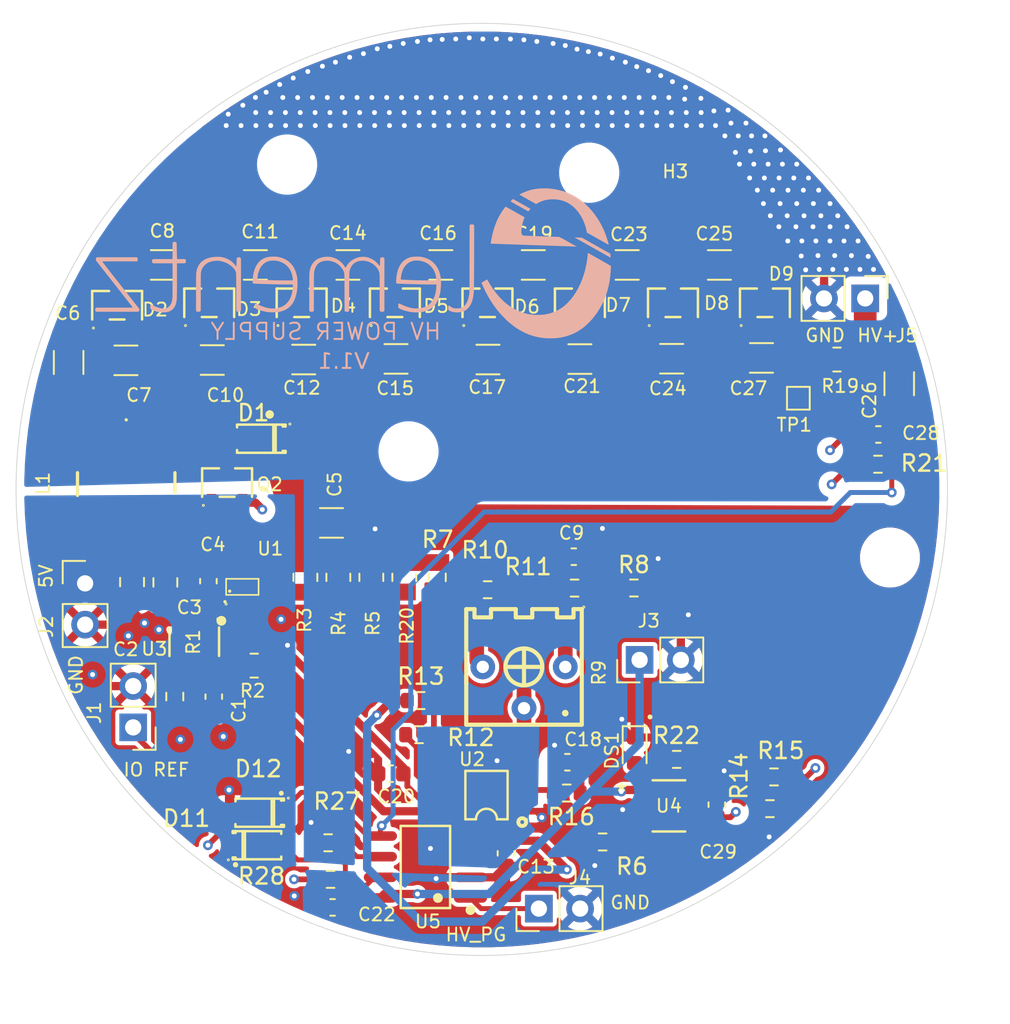
<source format=kicad_pcb>
(kicad_pcb (version 20241229) (generator "pcbnew") (generator_version "9.0")
  (title_block (title "HV_POWER_SUPPLY") (date "2025-09-30") (rev "V1.0") (company "ELEMENTZ ENGINEERS GUILD"))
  (layers (0 "F.Cu" signal) (4 "In1.Cu" signal) (6 "In2.Cu" signal) (2 "B.Cu" signal) (13 "F.Paste" user) (15 "B.Paste" user) (5 "F.SilkS" user "F.Silkscreen") (7 "B.SilkS" user "B.Silkscreen") (1 "F.Mask" user) (3 "B.Mask" user) (25 "Edge.Cuts" user))
  (net 0 "")
  (net 1 "GND")
  (net 2 "SYS_5V")
  (net 3 "/SW_NODE")
  (net 4 "Net-(C6-Pad2)")
  (net 5 "Net-(C10-Pad1)")
  (net 6 "Net-(C11-Pad1)")
  (net 7 "Net-(C10-Pad2)")
  (net 8 "Net-(C11-Pad2)")
  (net 9 "Net-(C12-Pad2)")
  (net 10 "Net-(C14-Pad2)")
  (net 11 "Net-(C15-Pad2)")
  (net 12 "Net-(C16-Pad2)")
  (net 13 "Net-(C17-Pad2)")
  (net 14 "Net-(C19-Pad2)")
  (net 15 "GEIGER_DETECTB")
  (net 16 "IO_VREF")
  (net 17 "POT_METER")
  (net 18 "Net-(J5-Pin_1)")
  (net 19 "/Page 2/HV_PG")
  (net 20 "Net-(U3-V+)")
  (net 21 "BOOST_EN")
  (net 22 "Net-(R3-Pad2)")
  (net 23 "Net-(R4-Pad2)")
  (net 24 "Net-(C5-Pad1)")
  (net 25 "Net-(C18-Pad1)")
  (net 26 "Net-(C21-Pad2)")
  (net 27 "Net-(C23-Pad2)")
  (net 28 "Net-(C24-Pad2)")
  (net 29 "/Page 2/DETECT_OUTPUT")
  (net 30 "Net-(C25-Pad2)")
  (net 31 "Net-(C27-Pad2)")
  (net 32 "Net-(DS1-Pad2)")
  (net 33 "Net-(Q2-G)")
  (net 34 "Net-(U3-SET)")
  (net 35 "Net-(R20-Pad1)")
  (net 36 "Net-(U4-SET)")
  (net 37 "Net-(R10-Pad1)")
  (net 38 "Net-(R20-Pad2)")
  (net 39 "Net-(R11-Pad2)")
  (net 40 "Net-(U4-DIV)")
  (net 41 "Net-(U4-OUT)")
  (net 42 "Net-(U1-A)")
  (net 44 "Net-(U2-HYST)")
  (net 45 "Net-(U2-IN+)")
  (net 46 "Net-(U5A-IN-)")
  (net 47 "Net-(U5B-IN+)")
  (footprint "HV_POWER_SUPPLY:BAV23S_SOT-23-3_L2.9-W1.6-P1.90-LS2.8-BR" (layer "F.Cu") (at 153.51 90.279436 -90)
    (property "Reference" "D2")
    (property "Value" "BAV23S")
  )
  (footprint "Capacitor_SMD:C_0603_1608Metric" (layer "F.Cu") (at 159.460653 114.36 -90)
    (property "Reference" "C1")
    (property "Value" "1uF")
  )
  (footprint "Connector_PinHeader_2.54mm:PinHeader_1x02_P2.54mm_Vertical" (layer "F.Cu") (at 154.5 116.25 180)
    (property "Reference" "J1")
    (property "Value" "Conn_01x02")
  )
  (footprint "HV_POWER_SUPPLY:BAV23S_SOT-23-3_L2.9-W1.6-P1.90-LS2.8-BR" (layer "F.Cu") (at 181.999962 90.129436 -90)
    (property "Reference" "D7")
    (property "Value" "BAV23S")
  )
  (footprint "HV_POWER_SUPPLY:BAV23S_SOT-23-3_L2.9-W1.6-P1.90-LS2.8-BR" (layer "F.Cu") (at 159.18 90.129436 -90)
    (property "Reference" "D3")
    (property "Value" "BAV23S")
  )
  (footprint "Resistor_SMD:R_0603_1608Metric" (layer "F.Cu") (at 187.96 118.22 180)
    (property "Reference" "R22")
    (property "Value" "330")
  )
  (footprint "Resistor_SMD:R_0603_1608Metric" (layer "F.Cu") (at 166.5 123.35 180)
    (property "Reference" "R27")
    (property "Value" "3Meg")
  )
  (footprint "Resistor_SMD:R_0805_2012Metric" (layer "F.Cu") (at 161.95 112.45)
    (property "Reference" "R2")
    (property "Value" "221")
  )
  (footprint "Capacitor_SMD:C_1206_3216Metric" (layer "F.Cu") (at 156.3 87.8)
    (property "Reference" "C8")
    (property "Value" "0.1uF")
  )
  (footprint "HV_POWER_SUPPLY:SOIC-8_L4.9-W3.8-P1.27-LS6.0-BL" (layer "F.Cu") (at 172.49 124.84 90)
    (property "Reference" "U5")
    (property "Value" "LTC1441CS8#PBF")
  )
  (footprint "Capacitor_SMD:C_0603_1608Metric" (layer "F.Cu") (at 181.23 118.394619 180)
    (property "Reference" "C18")
    (property "Value" "1uF")
  )
  (footprint "Capacitor_SMD:C_0805_2012Metric" (layer "F.Cu") (at 154.43 107.31 -90)
    (property "Reference" "C2")
    (property "Value" "10uF")
  )
  (footprint "Capacitor_SMD:C_1206_3216Metric" (layer "F.Cu") (at 179.13 87.8)
    (property "Reference" "C19")
    (property "Value" "0.1uF")
  )
  (footprint "Resistor_SMD:R_0603_1608Metric" (layer "F.Cu") (at 181.19 120.29)
    (property "Reference" "R16")
    (property "Value" "1K")
  )
  (footprint "HV_POWER_SUPPLY:SOT-23-3_L2.9-W1.6-P1.90-LS2.8-BR" (layer "F.Cu") (at 160.28 101.19 -90)
    (property "Reference" "Q2")
    (property "Value" "DMN10H220L-7")
  )
  (footprint "Capacitor_SMD:C_1206_3216Metric" (layer "F.Cu") (at 184.91 87.8)
    (property "Reference" "C23")
    (property "Value" "0.1uF")
  )
  (footprint "HV_POWER_SUPPLY:BAV23S_SOT-23-3_L2.9-W1.6-P1.90-LS2.8-BR" (layer "F.Cu") (at 170.61 90.129436 -90)
    (property "Reference" "D5")
    (property "Value" "BAV23S")
  )
  (footprint "HV_POWER_SUPPLY:BAV23S_SOT-23-3_L2.9-W1.6-P1.90-LS2.8-BR" (layer "F.Cu") (at 187.73 90.129436 -90)
    (property "Reference" "D8")
    (property "Value" "BAV23S")
  )
  (footprint "Capacitor_SMD:C_1206_3216Metric" (layer "F.Cu") (at 182 93.59)
    (property "Reference" "C21")
    (property "Value" "0.1uF")
  )
  (footprint "Capacitor_SMD:C_1206_3216Metric" (layer "F.Cu") (at 190.59 87.8)
    (property "Reference" "C25")
    (property "Value" "0.1uF")
  )
  (footprint "HV_POWER_SUPPLY:LPS6235473MRB" (layer "F.Cu") (at 154.07 101.18 -90)
    (property "Reference" "L1")
    (property "Value" "LPS6235-473MRB" (hide yes))
  )
  (footprint "Capacitor_SMD:C_1206_3216Metric" (layer "F.Cu") (at 159.37 93.65)
    (property "Reference" "C10")
    (property "Value" "0.1uF")
  )
  (footprint "HV_POWER_SUPPLY:BAV23S_SOT-23-3_L2.9-W1.6-P1.90-LS2.8-BR" (layer "F.Cu") (at 176.31 90.129436 -90)
    (property "Reference" "D6")
    (property "Value" "BAV23S")
  )
  (footprint "Capacitor_SMD:C_0603_1608Metric" (layer "F.Cu") (at 166.775 127.325 180)
    (property "Reference" "C22")
    (property "Value" "1uF")
  )
  (footprint "HV_POWER_SUPPLY:SOD-123_L2.8-W1.8-LS3.7-RD" (layer "F.Cu") (at 162.3 98.49 180)
    (property "Reference" "D1")
    (property "Value" "BAV21W-7-F")
  )
  (footprint "Resistor_SMD:R_0805_2012Metric" (layer "F.Cu") (at 165.1 107.02 -90)
    (property "Reference" "R3")
    (property "Value" "30Meg")
  )
  (footprint "Resistor_SMD:R_0603_1608Metric" (layer "F.Cu") (at 157.060653 114.355 -90)
    (property "Reference" "R1")
    (property "Value" "287K")
  )
  (footprint "Resistor_SMD:R_0603_1608Metric" (layer "F.Cu") (at 193.7 121.25)
    (property "Reference" "R14")
    (property "Value" "453K")
  )
  (footprint "Capacitor_SMD:C_0603_1608Metric" (layer "F.Cu") (at 181.625 105.75)
    (property "Reference" "C9")
    (property "Value" "47pF")
  )
  (footprint "HV_POWER_SUPPLY:MSOP-8_L3.0-W3.0-P0.65-LS4.9-BL" (layer "F.Cu") (at 176.25 120.427184 90)
    (property "Reference" "U2")
    (property "Value" "LTC1540IMS8#PBF")
  )
  (footprint "Capacitor_SMD:C_1206_3216Metric" (layer "F.Cu") (at 167.72 87.8)
    (property "Reference" "C14")
    (property "Value" "0.1uF")
  )
  (footprint "Resistor_SMD:R_0603_1608Metric" (layer "F.Cu") (at 172.1 116.7)
    (property "Reference" "R12")
    (property "Value" "127K")
  )
  (footprint "Connector_PinHeader_2.54mm:PinHeader_1x02_P2.54mm_Vertical" (layer "F.Cu") (at 199.565 89.86 -90)
    (property "Reference" "J5")
    (property "Value" "Conn_01x02")
  )
  (footprint "Resistor_SMD:R_0603_1608Metric" (layer "F.Cu") (at 166.65 125.6)
    (property "Reference" "R28")
    (property "Value" "2Meg")
  )
  (footprint "Capacitor_SMD:C_1206_3216Metric" (layer "F.Cu") (at 154.05 93.67)
    (property "Reference" "C7")
    (property "Value" "0.1uF")
  )
  (footprint "Capacitor_SMD:C_1206_3216Metric" (layer "F.Cu") (at 187.65 93.57)
    (property "Reference" "C24")
    (property "Value" "0.1uF")
  )
  (footprint "Capacitor_SMD:C_1206_3216Metric" (layer "F.Cu") (at 176.34 93.62)
    (property "Reference" "C17")
    (property "Value" "0.1uF")
  )
  (footprint "Capacitor_SMD:C_0603_1608Metric" (layer "F.Cu") (at 170.35 119.1 180)
    (property "Reference" "C20")
    (property "Value" "1uF")
  )
  (footprint "LED_SMD:LED_0603_1608Metric" (layer "F.Cu") (at 185.37 117.66 -90)
    (property "Reference" "DS1")
    (property "Value" "TLMS1000-GS08")
  )
  (footprint "Resistor_SMD:R_0805_2012Metric" (layer "F.Cu") (at 167.13 107.02 90)
    (property "Reference" "R4")
    (property "Value" "30Meg")
  )
  (footprint "HV_POWER_SUPPLY:SOD-123_L2.8-W1.8-LS3.7-RD" (layer "F.Cu") (at 162.2 121.5 180)
    (property "Reference" "D12")
    (property "Value" "BAV21W-7-F")
  )
  (footprint "Connector_PinHeader_2.54mm:PinHeader_1x02_P2.54mm_Vertical" (layer "F.Cu") (at 179.475 127.4 90)
    (property "Reference" "J4")
    (property "Value" "Conn_01x02")
  )
  (footprint "Resistor_SMD:R_0805_2012Metric" (layer "F.Cu") (at 169.16 107.02 -90)
    (property "Reference" "R5")
    (property "Value" "30Meg")
  )
  (footprint "MountingHole:MountingHole_3.2mm_M3" (layer "F.Cu") (at 182.575 82.125)
    (property "Reference" "H3")
    (property "Value" "MountingHole")
  )
  (footprint "HV_POWER_SUPPLY:BAV23S_SOT-23-3_L2.9-W1.6-P1.90-LS2.8-BR" (layer "F.Cu") (at 164.87 90.129436 -90)
    (property "Reference" "D4")
    (property "Value" "BAV23S")
  )
  (footprint "Capacitor_SMD:C_1206_3216Metric" (layer "F.Cu") (at 173.44 87.8)
    (property "Reference" "C16")
    (property "Value" "0.1uF")
  )
  (footprint "HV_POWER_SUPPLY:TSOT-23_S6_LIT" (layer "F.Cu") (at 187.48 121.08)
    (property "Reference" "U4")
    (property "Value" "LTC6994CS6-1-TRMPBF")
  )
  (footprint "Resistor_SMD:R_0603_1608Metric" (layer "F.Cu") (at 200.35 100.06 180)
    (property "Reference" "R21")
    (property "Value" "200K")
  )
  (footprint "Capacitor_SMD:C_1206_3216Metric" (layer "F.Cu") (at 170.68 93.58)
    (property "Reference" "C15")
    (property "Value" "0.1uF")
  )
  (footprint "MountingHole:MountingHole_3.2mm_M3" (layer "F.Cu") (at 163.975 81.625)
    (property "Reference" "H1" (hide yes))
    (property "Value" "MountingHole")
  )
  (footprint "MountingHole:MountingHole_3.2mm_M3" (layer "F.Cu") (at 201.09 105.8)
    (property "Reference" "H4" (hide yes))
    (property "Value" "MountingHole")
  )
  (footprint "Capacitor_SMD:C_1206_3216Metric" (layer "F.Cu") (at 162.02 87.8)
    (property "Reference" "C11")
    (property "Value" "0.1uF")
  )
  (footprint "HV_POWER_SUPPLY:SC-70-5_L2.0-W1.3-P0.65-LS2.1-BR" (layer "F.Cu") (at 161.22 107.61 -90)
    (property "Reference" "U1")
    (property "Value" "SN74LVC1G08DCKR_C5279048")
  )
  (footprint "Capacitor_SMD:C_0603_1608Metric" (layer "F.Cu") (at 159.13 107.255 -90)
    (property "Reference" "C4")
    (property "Value" "1uF")
  )
  (footprint "Resistor_SMD:R_0603_1608Metric" (layer "F.Cu") (at 181.6725 107.68)
    (property "Reference" "R11")
    (property "Value" "1Meg")
  )
  (footprint "Capacitor_SMD:C_0805_2012Metric" (layer "F.Cu") (at 156.48 107.33 -90)
    (property "Reference" "C3")
    (property "Value" "10uF")
  )
  (footprint "Capacitor_SMD:C_0603_1608Metric" (layer "F.Cu") (at 200.375 98.23 180)
    (property "Reference" "C28")
    (property "Value" "250pF")
  )
  (footprint "Resistor_SMD:R_0603_1608Metric" (layer "F.Cu") (at 172.2 114.6 180)
    (property "Reference" "R13")
    (property "Value" "453K")
  )
  (footprint "Resistor_SMD:R_0805_2012Metric" (layer "F.Cu") (at 171.19 107.02 90)
    (property "Reference" "R20")
    (property "Value" "30Meg")
  )
  (footprint "Resistor_SMD:R_0603_1608Metric" (layer "F.Cu") (at 183.4 123.3 180)
    (property "Reference" "R6")
    (property "Value" "127K")
  )
  (footprint "HV_POWER_SUPPLY:RES-ADJ-TH_3362P" (layer "F.Cu") (at 178.559995 113.8 180)
    (property "Reference" "R9")
    (property "Value" "3362P-1-205LF")
  )
  (footprint "Resistor_SMD:R_0603_1608Metric" (layer "F.Cu") (at 173.22 107.02 -90)
    (property "Reference" "R7")
    (property "Value" "3Meg")
  )
  (footprint "Resistor_SMD:R_0603_1608Metric" (layer "F.Cu") (at 193.95 119.3 180)
    (property "Reference" "R15")
    (property "Value" "127K")
  )
  (footprint "Capacitor_SMD:C_1206_3216Metric" (layer "F.Cu") (at 193.18 93.52)
    (property "Reference" "C27")
    (property "Value" "0.1uF")
  )
  (footprint "Capacitor_SMD:C_0603_1608Metric" (layer "F.Cu") (at 190.43 121.005 90)
    (property "Reference" "C29")
    (property "Value" "1uF")
  )
  (footprint "HV_POWER_SUPPLY:BAV23S_SOT-23-3_L2.9-W1.6-P1.90-LS2.8-BR" (layer "F.Cu") (at 193.39 90.129436 -90)
    (property "Reference" "D9")
    (property "Value" "BAV23S")
  )
  (footprint "Capacitor_SMD:C_1206_3216Metric" (layer "F.Cu") (at 201.66 95.11 -90)
    (property "Reference" "C26")
    (property "Value" "10pF")
  )
  (footprint "TestPoint:TestPoint_Pad_1.0x1.0mm" (layer "F.Cu") (at 195.45 96 -90)
    (property "Reference" "TP1")
    (property "Value" "TestPoint")
  )
  (footprint "Capacitor_SMD:C_1206_3216Metric" (layer "F.Cu") (at 150.525 93.8 90)
    (property "Reference" "C6")
    (property "Value" "0.1uF")
  )
  (footprint "HV_POWER_SUPPLY:TSOT-23-6_L2.9-W1.6-P0.95-LS2.8-BR" (layer "F.Cu") (at 158.260038 110.979975 90)
    (property "Reference" "U3")
    (property "Value" "LTC6906IS6#TRPBF")
  )
  (footprint "Connector_PinHeader_2.54mm:PinHeader_1x02_P2.54mm_Vertical" (layer "F.Cu") (at 151.54 107.39)
    (property "Reference" "J2")
    (property "Value" "Conn_01x02")
  )
  (footprint "Resistor_SMD:R_0603_1608Metric" (layer "F.Cu") (at 176.3225 107.7825)
    (property "Reference" "R10")
    (property "Value" "1Meg")
  )
  (footprint "MountingHole:MountingHole_3.2mm_M3" (layer "F.Cu") (at 171.45 99.27)
    (property "Reference" "H2" (hide yes))
    (property "Value" "MountingHole")
  )
  (footprint "Capacitor_SMD:C_0603_1608Metric" (layer "F.Cu") (at 177.45 124 -90)
    (property "Reference" "C13")
    (property "Value" "47pF")
  )
  (footprint "Connector_PinHeader_2.54mm:PinHeader_1x02_P2.54mm_Vertical" (layer "F.Cu") (at 185.675 112.1 90)
    (property "Reference" "J3")
    (property "Value" "Conn_01x02")
  )
  (footprint "Capacitor_SMD:C_1206_3216Metric" (layer "F.Cu") (at 166.71 103.67)
    (property "Reference" "C5")
    (property "Value" "0.1uF")
  )
  (footprint "Resistor_SMD:R_0805_2012Metric" (layer "F.Cu") (at 197.8275 93.62)
    (property "Reference" "R19")
    (property "Value" "30Meg")
  )
  (footprint "Resistor_SMD:R_0603_1608Metric" (layer "F.Cu") (at 185.325 107.675)
    (property "Reference" "R8")
    (property "Value" "2.7Meg")
  )
  (footprint "Capacitor_SMD:C_1206_3216Metric" (layer "F.Cu") (at 165 93.62)
    (property "Reference" "C12")
    (property "Value" "0.1uF")
  )
  (footprint "HV_POWER_SUPPLY:SOD-123_L2.8-W1.8-LS3.7-RD" (layer "F.Cu") (at 162.207595 123.5)
    (property "Reference" "D11")
    (property "Value" "BAV21W-7-F")
  )
  (gr_poly (pts (xy 181.12 91.43) (xy 181.12 94.476056) (xy 177.17 94.476056) (xy 177.17 91.43)) (stroke (width 0.05)) (fill yes) (layer "F.Cu") (net 13))
  (gr_poly (pts (xy 186.83 91.42) (xy 186.83 94.466056) (xy 182.88 94.466056) (xy 182.88 91.42)) (stroke (width 0.05)) (fill yes) (layer "F.Cu") (net 26))
  (gr_poly (pts (xy 158.96 109.37) (xy 158.96 110.21) (xy 159.54 110.21) (xy 160.73 109.14) (xy 160.73 108.3) (xy 160.36 108.3) (xy 159.47 109.37)) (stroke (width 0.05)) (fill yes) (layer "F.Cu") (net 42))
  (gr_poly (pts (xy 188.375 120.35) (xy 188.375 117.775) (xy 189.2 117.775) (xy 189.2 120.35)) (stroke (width 0.1)) (fill yes) (layer "F.Cu") (net 41))
  (gr_poly (pts (xy 169.86 105.6) (xy 169.86 106.58) (xy 166.39 106.58) (xy 166.39 105.6)) (stroke (width 0.05)) (fill yes) (layer "F.Cu") (net 23))
  (gr_poly (pts (xy 203.3 96.743724) (xy 203.3 100.680724) (xy 203.173 100.807724) (xy 200.887 100.807724) (xy 200.76 100.680724) (xy 200.76 96.108724) (xy 200.887 95.981724) (xy 202.538 95.981724)) (fill yes) (layer "F.Cu") (net 15))
  (gr_curve (pts (xy 195.45 96) (xy 195.45 96) (xy 195.45 96) (xy 195.45 96)) (stroke (width 0.2)) (layer "F.Cu"))
  (gr_poly (pts (xy 183.942342 86.93) (xy 183.942342 88.65) (xy 182.812342 88.65) (xy 182.322342 88.94) (xy 181.722342 88.94) (xy 181.082342 88.65) (xy 180.052342 88.65) (xy 180.052342 86.93) (xy 180.082342 86.93)) (stroke (width 0.05)) (fill yes) (layer "F.Cu") (net 14))
  (gr_poly (pts (xy 149.7 94.7) (xy 151.5 94.7) (xy 151.5 97.9) (xy 161 97.9) (xy 161 100.4) (xy 149.7 100.4)) (stroke (width 0.05)) (fill yes) (layer "F.Cu") (net 3))
  (gr_poly (pts (xy 169.8 91.45) (xy 169.8 94.496056) (xy 165.85 94.496056) (xy 165.85 91.45)) (stroke (width 0.05)) (fill yes) (layer "F.Cu") (net 9))
  (gr_poly (pts (xy 191.53 86.9) (xy 191.53 88.68) (xy 193.1 88.68) (xy 193.1 89.42) (xy 193.68 89.42) (xy 193.68 86.9)) (stroke (width 0.05)) (fill yes) (layer "F.Cu") (net 30))
  (gr_poly (pts (xy 166.79339 86.93) (xy 166.79339 88.65) (xy 165.66339 88.65) (xy 165.17339 88.94) (xy 164.57339 88.94) (xy 163.93339 88.65) (xy 162.90339 88.65) (xy 162.90339 86.93) (xy 162.93339 86.93)) (stroke (width 0.05)) (fill yes) (layer "F.Cu") (net 8))
  (gr_poly (pts (xy 194.06 90.84) (xy 194.06 94.42) (xy 197.4 94.42) (xy 197.4 92.67)) (stroke (width 0.05)) (fill yes) (layer "F.Cu") (net 31))
  (gr_poly (pts (xy 192.47 91.39) (xy 192.47 94.436056) (xy 188.52 94.436056) (xy 188.52 91.39)) (stroke (width 0.05)) (fill yes) (layer "F.Cu") (net 28))
  (gr_poly (pts (xy 178.221672 86.93248) (xy 178.221672 88.65248) (xy 177.091672 88.65248) (xy 176.601672 88.94248) (xy 176.001672 88.94248) (xy 175.361672 88.65248) (xy 174.331672 88.65248) (xy 174.331672 86.93248) (xy 174.361672 86.93248)) (stroke (width 0.05)) (fill yes) (layer "F.Cu") (net 12))
  (gr_poly (pts (xy 152 91) (xy 153.1 91) (xy 153.1 95.2) (xy 165.7 95.2) (xy 165.7 106.6) (xy 164.5 106.6) (xy 162.4 98.8) (xy 162.4 96.5) (xy 152 96.5) (xy 152 94.5)) (stroke (width 0.2)) (fill yes) (layer "F.Cu") (net 24))
  (gr_poly (pts (xy 151.4 91.75) (xy 151.4 92.88) (xy 149.69 92.88) (xy 149.69 91.79) (xy 152.1 86.93) (xy 155.35 86.93) (xy 155.35 88.67) (xy 153.8 88.67) (xy 153.8 89.58) (xy 151.89 89.58)) (stroke (width 0.05)) (fill yes) (layer "F.Cu") (net 4))
  (gr_poly (pts (xy 175.92 107.43) (xy 175.92 108.26) (xy 172.53 108.26) (xy 172.53 107.43)) (stroke (width 0.2)) (fill yes) (layer "F.Cu") (net 37))
  (gr_poly (pts (xy 189.681672 86.92248) (xy 189.681672 88.64248) (xy 188.551672 88.64248) (xy 188.061672 88.93248) (xy 187.461672 88.93248) (xy 186.821672 88.64248) (xy 185.791672 88.64248) (xy 185.791672 86.92248) (xy 185.821672 86.92248)) (stroke (width 0.05)) (fill yes) (layer "F.Cu") (net 27))
  (gr_poly (pts (xy 158.96 111.8) (xy 161.52 111.8) (xy 161.52 114.02) (xy 158.96 114.02)) (stroke (width 0.05)) (fill yes) (layer "F.Cu") (net 20))
  (gr_poly (pts (xy 173.929184 105.62) (xy 173.929184 106.6) (xy 170.459184 106.6) (xy 170.459184 105.62)) (stroke (width 0.05)) (fill yes) (layer "F.Cu") (net 38))
  (gr_poly (pts (xy 164.152376 91.473944) (xy 164.152376 94.52) (xy 160.202376 94.52) (xy 160.202376 91.473944)) (stroke (width 0.05)) (fill yes) (layer "F.Cu") (net 7))
  (gr_poly (pts (xy 172.511672 86.93248) (xy 172.511672 88.65248) (xy 171.381672 88.65248) (xy 170.891672 88.94248) (xy 170.291672 88.94248) (xy 169.651672 88.65248) (xy 168.621672 88.65248) (xy 168.621672 86.93248) (xy 168.651672 86.93248)) (stroke (width 0.05)) (fill yes) (layer "F.Cu") (net 10))
  (gr_poly (pts (xy 161.1 86.93) (xy 161.1 88.65) (xy 159.97 88.65) (xy 159.48 88.94) (xy 158.88 88.94) (xy 158.24 88.65) (xy 157.21 88.65) (xy 157.21 86.93) (xy 157.24 86.93)) (stroke (width 0.05)) (fill yes) (layer "F.Cu") (net 6))
  (gr_poly (pts (xy 175.45 91.44) (xy 175.45 94.486056) (xy 171.5 94.486056) (xy 171.5 91.44)) (stroke (width 0.05)) (fill yes) (layer "F.Cu") (net 11))
  (gr_poly (pts (xy 176.76 107.21) (xy 176.76 108.26) (xy 181.25 108.26) (xy 181.26 105.3) (xy 180.4 105.3) (xy 180.4 107.22)) (stroke (width 0.2)) (fill yes) (layer "F.Cu") (net 17))
  (gr_poly (pts (xy 167.81 107.44) (xy 167.81 108.42) (xy 164.34 108.42) (xy 164.34 107.44)) (stroke (width 0.05)) (fill yes) (layer "F.Cu") (net 22))
  (gr_poly (pts (xy 158.4 91.473944) (xy 158.4 94.52) (xy 154.45 94.52) (xy 154.45 91.473944)) (stroke (width 0.05)) (fill yes) (layer "F.Cu") (net 5))
  (gr_poly (pts (xy 171.87 107.43) (xy 171.87 108.41) (xy 168.4 108.41) (xy 168.4 107.43)) (stroke (width 0.05)) (fill yes) (layer "F.Cu") (net 35))
  (gr_circle (center 163.616207 120.3) (end 163.616207 120.4) (stroke (width 0.1)) (fill yes) (layer "F.SilkS"))
  (gr_circle (center 160.8 124.7) (end 160.9 124.75) (stroke (width 0.1)) (fill yes) (layer "F.SilkS"))
  (gr_circle (center 162.9 97) (end 163.05 97.15) (stroke (width 0.1)) (fill yes) (layer "F.SilkS"))
  (gr_circle (center 186.32 115.61) (end 186.22 115.61) (stroke (width 0.1)) (fill yes) (layer "F.SilkS"))
  (gr_poly (pts (xy 181.716244 86.10751) (xy 181.803738 86.110421) (xy 181.870932 86.112772) (xy 181.94352 86.115594) (xy 182.120394 86.121653) (xy 182.995371 86.614704) (xy 183.870348 87.106749) (xy 183.882387 87.229) (xy 183.887106 87.276267) (xy 183.890374 87.315386) (xy 183.891383 87.330647) (xy 183.891931 87.342381) (xy 183.891986 87.350089) (xy 183.891819 87.352278) (xy 183.891516 87.353274) (xy 183.805337 87.30634) (xy 183.573271 87.177095) (xy 182.812412 86.750091) (xy 181.701029 86.125701) (xy 181.665709 86.106505)) (stroke (width -0.000001)) (fill yes) (layer "B.SilkS"))
  (gr_poly (pts (xy 163.226014 87.287211) (xy 163.281775 87.289205) (xy 163.322675 87.292632) (xy 163.362989 87.298535) (xy 163.407069 87.306155) (xy 163.453281 87.315126) (xy 163.499991 87.32508) (xy 163.545563 87.335651) (xy 163.588365 87.346471) (xy 163.626762 87.357173) (xy 163.65912 87.36739) (xy 163.754954 87.404795) (xy 163.801007 87.425407) (xy 163.845817 87.447294) (xy 163.889385 87.470457) (xy 163.93171 87.494894) (xy 163.972793 87.520608) (xy 164.012635 87.547599) (xy 164.051234 87.575867) (xy 164.088592 87.605412) (xy 164.124708 87.636236) (xy 164.159584 87.668339) (xy 164.193218 87.701721) (xy 164.225611 87.736383) (xy 164.256764 87.772326) (xy 164.286676 87.80955) (xy 164.315348 87.848056) (xy 164.34278 87.887844) (xy 164.368972 87.928914) (xy 164.393925 87.971268) (xy 164.417638 88.014906) (xy 164.440111 88.059828) (xy 164.481341 88.153528) (xy 164.517615 88.252372) (xy 164.548936 88.356366) (xy 164.575305 88.465512) (xy 164.596723 88.579816) (xy 164.600985 88.609638) (xy 164.60468 88.64416) (xy 164.610363 88.724986) (xy 164.613773 88.817653) (xy 164.61491 88.917519) (xy 164.613773 89.019943) (xy 164.610363 89.120284) (xy 164.60468 89.2139) (xy 164.596723 89.29615) (xy 164.575064 89.448018) (xy 164.547149 89.590747) (xy 164.512878 89.724458) (xy 164.472153 89.849268) (xy 164.424875 89.9653) (xy 164.370943 90.072672) (xy 164.341452 90.123148) (xy 164.31026 90.171504) (xy 164.277355 90.217755) (xy 164.242726 90.261917) (xy 164.206358 90.304003) (xy 164.168241 90.34403) (xy 164.128362 90.382011) (xy 164.086708 90.417963) (xy 164.043266 90.451899) (xy 163.998026 90.483836) (xy 163.950973 90.513787) (xy 163.902096 90.541769) (xy 163.851383 90.567795) (xy 163.79882 90.591881) (xy 163.688098 90.634294) (xy 163.569832 90.669126) (xy 163.443921 90.696497) (xy 163.41201 90.701446) (xy 163.375428 90.705687) (xy 163.290773 90.712061) (xy 163.195013 90.715641) (xy 163.093202 90.716451) (xy 162.990397 90.714515) (xy 162.891653 90.709856) (xy 162.802025 90.702497) (xy 162.76221 90.697812) (xy 162.726569 90.692462) (xy 162.606103 90.668888) (xy 162.487259 90.640661) (xy 162.373554 90.609001) (xy 162.268503 90.575127) (xy 162.175623 90.540259) (xy 162.134847 90.522834) (xy 162.098432 90.505617) (xy 162.066819 90.488762) (xy 162.040447 90.47242) (xy 162.019754 90.456745) (xy 162.005182 90.441888) (xy 162.001947 90.437595) (xy 161.99905 90.433365) (xy 161.997724 90.431241) (xy 161.996476 90.429094) (xy 161.995305 90.42691) (xy 161.994209 90.424677) (xy 161.993185 90.422382) (xy 161.992232 90.420012) (xy 161.991347 90.417554) (xy 161.990528 90.414995) (xy 161.989774 90.412322) (xy 161.989082 90.409522) (xy 161.988451 90.406583) (xy 161.987877 90.40349) (xy 161.98736 90.400232) (xy 161.986898 90.396795) (xy 161.986127 90.389334) (xy 161.985548 90.381002) (xy 161.985145 90.371697) (xy 161.984902 90.361314) (xy 161.984803 90.349751) (xy 161.984831 90.336903) (xy 161.984969 90.322667) (xy 161.985415 90.291186) (xy 161.986164 90.263721) (xy 161.987472 90.240142) (xy 161.989595 90.220321) (xy 161.991043 90.211779) (xy 161.99279 90.204129) (xy 161.99487 90.197353) (xy 161.997313 90.191437) (xy 162.000152 90.186363) (xy 162.003419 90.182116) (xy 162.007146 90.17868) (xy 162.011364 90.176038) (xy 162.016107 90.174175) (xy 162.021406 90.173074) (xy 162.027292 90.172719) (xy 162.033799 90.173095) (xy 162.040957 90.174185) (xy 162.0488 90.175973) (xy 162.057358 90.178442) (xy 162.066664 90.181578) (xy 162.087649 90.189782) (xy 162.11201 90.200456) (xy 162.171884 90.2287) (xy 162.253574 90.266477) (xy 162.332818 90.301027) (xy 162.409798 90.332388) (xy 162.484695 90.360601) (xy 162.557692 90.385706) (xy 162.628971 90.407743) (xy 162.698714 90.426752) (xy 162.767103 90.442773) (xy 162.83432 90.455845) (xy 162.900547 90.466009) (xy 162.965966 90.473305) (xy 163.030759 90.477773) (xy 163.095109 90.479453) (xy 163.159196 90.478384) (xy 163.223204 90.474607) (xy 163.287314 90.468161) (xy 163.342321 90.460345) (xy 163.395945 90.450545) (xy 163.448178 90.438769) (xy 163.499011 90.425029) (xy 163.548433 90.409335) (xy 163.596437 90.391696) (xy 163.643014 90.372123) (xy 163.688153 90.350627) (xy 163.731846 90.327217) (xy 163.774085 90.301904) (xy 163.814859 90.274697) (xy 163.85416 90.245607) (xy 163.891979 90.214644) (xy 163.928307 90.181818) (xy 163.963134 90.14714) (xy 163.996452 90.11062) (xy 164.028251 90.072267) (xy 164.058523 90.032092) (xy 164.087259 89.990106) (xy 164.114448 89.946317) (xy 164.140083 89.900737) (xy 164.164154 89.853376) (xy 164.186653 89.804244) (xy 164.207569 89.753351) (xy 164.226894 89.700707) (xy 164.244619 89.646322) (xy 164.260735 89.590207) (xy 164.275233 89.532372) (xy 164.288104 89.472826) (xy 164.299338 89.411581) (xy 164.316861 89.284031) (xy 164.319078 89.262274) (xy 164.321154 89.238434) (xy 164.324689 89.187536) (xy 164.326055 89.161994) (xy 164.327089 89.137401) (xy 164.327744 89.114512) (xy 164.327973 89.094087) (xy 164.327973 89.00315) (xy 163.951114 89.00315) (xy 163.677214 89.00173) (xy 163.373951 88.996332) (xy 162.971043 88.985252) (xy 162.398208 88.966783) (xy 161.908186 88.950617) (xy 161.878884 88.924344) (xy 161.8506 88.897066) (xy 161.856659 88.745512) (xy 161.860878 88.679362) (xy 162.139971 88.679362) (xy 162.140147 88.684505) (xy 162.140627 88.688716) (xy 162.140991 88.690501) (xy 162.141443 88.692088) (xy 162.141987 88.693488) (xy 162.142627 88.694714) (xy 162.143366 88.695777) (xy 162.144208 88.696687) (xy 162.145158 88.697459) (xy 162.146219 88.698101) (xy 162.147395 88.698628) (xy 162.14869 88.699049) (xy 162.151653 88.699624) (xy 162.155138 88.699919) (xy 162.1638 88.700044) (xy 162.194824 88.701276) (xy 162.258902 88.704593) (xy 162.448716 88.715204) (xy 162.759433 88.730105) (xy 163.112016 88.741219) (xy 163.489604 88.748166) (xy 163.875338 88.750566) (xy 164.327973 88.750566) (xy 164.327973 88.714185) (xy 164.327358 88.690712) (xy 164.325558 88.664821) (xy 164.322645 88.636819) (xy 164.31869 88.607013) (xy 164.307939 88.543214) (xy 164.293873 88.475873) (xy 164.277061 88.407444) (xy 164.25807 88.340376) (xy 164.23747 88.27712) (xy 164.226744 88.247689) (xy 164.215829 88.220129) (xy 164.201124 88.186426) (xy 164.185255 88.15334) (xy 164.168245 88.120889) (xy 164.150121 88.089091) (xy 164.130907 88.057965) (xy 164.110627 88.02753) (xy 164.089308 87.997803) (xy 164.066974 87.968804) (xy 164.01936 87.913062) (xy 163.967985 87.860452) (xy 163.913049 87.811122) (xy 163.854752 87.765219) (xy 163.793294 87.722893) (xy 163.728875 87.68429) (xy 163.661693 87.649558) (xy 163.59195 87.618847) (xy 163.519844 87.592303) (xy 163.445575 87.570075) (xy 163.369344 87.552311) (xy 163.291349 87.539158) (xy 163.270868 87.536762) (xy 163.247602 87.534874) (xy 163.194453 87.532569) (xy 163.135384 87.532135) (xy 163.073875 87.533466) (xy 163.013408 87.536455) (xy 162.957464 87.540996) (xy 162.909524 87.546981) (xy 162.889643 87.550483) (xy 162.873069 87.554305) (xy 162.847778 87.561284) (xy 162.822348 87.56931) (xy 162.796853 87.578339) (xy 162.771368 87.588328) (xy 162.745965 87.599235) (xy 162.720719 87.611017) (xy 162.695705 87.62363) (xy 162.670995 87.637032) (xy 162.646664 87.65118) (xy 162.622787 87.666031) (xy 162.599436 87.681541) (xy 162.576687 87.697669) (xy 162.554613 87.714371) (xy 162.533288 87.731604) (xy 162.512785 87.749326) (xy 162.49318 87.767493) (xy 162.457739 87.803769) (xy 162.423826 87.84316) (xy 162.391499 87.885514) (xy 162.360819 87.930679) (xy 162.331843 87.978502) (xy 162.304632 88.028831) (xy 162.279245 88.081514) (xy 162.25574 88.136397) (xy 162.234177 88.193328) (xy 162.214615 88.252156) (xy 162.197114 88.312727) (xy 162.181732 88.374889) (xy 162.168528 88.438489) (xy 162.157562 88.503376) (xy 162.148894 88.569396) (xy 162.142581 88.636398) (xy 162.140964 88.657406) (xy 162.140411 88.665906) (xy 162.14007 88.673193) (xy 162.139971 88.679362) (xy 161.860878 88.679362) (xy 161.866438 88.592189) (xy 161.883599 88.446764) (xy 161.908066 88.309346) (xy 161.93976 88.180044) (xy 161.978606 88.058964) (xy 162.024527 87.946216) (xy 162.077444 87.841906) (xy 162.137283 87.746144) (xy 162.203965 87.659038) (xy 162.239848 87.618764) (xy 162.277414 87.580694) (xy 162.316651 87.544843) (xy 162.357552 87.511222) (xy 162.400106 87.479847) (xy 162.444303 87.45073) (xy 162.490135 87.423884) (xy 162.537591 87.399325) (xy 162.586661 87.377064) (xy 162.637337 87.357115) (xy 162.689608 87.339492) (xy 162.743465 87.324209) (xy 162.855898 87.300715) (xy 162.897128 87.295847) (xy 162.953124 87.291916) (xy 163.018948 87.289004) (xy 163.089663 87.287193) (xy 163.160331 87.286568)) (stroke (width -0.000001)) (fill yes) (layer "B.SilkS"))
  (gr_poly (pts (xy 166.517483 87.297572) (xy 166.577017 87.301856) (xy 166.635841 87.308746) (xy 166.693852 87.318231) (xy 166.750945 87.330303) (xy 166.807018 87.344954) (xy 166.861967 87.362173) (xy 166.915689 87.381953) (xy 166.96808 87.404284) (xy 167.019036 87.429157) (xy 167.056254 87.449529) (xy 167.093173 87.471555) (xy 167.129687 87.495138) (xy 167.16569 87.52018) (xy 167.201076 87.546584) (xy 167.23574 87.574253) (xy 167.269573 87.603087) (xy 167.302471 87.63299) (xy 167.334328 87.663865) (xy 167.365036 87.695612) (xy 167.39449 87.728135) (xy 167.422584 87.761336) (xy 167.449211 87.795117) (xy 167.474265 87.829381) (xy 167.497641 87.864029) (xy 167.519231 87.898964) (xy 167.523046 87.905507) (xy 167.52693 87.911853) (xy 167.530853 87.91797) (xy 167.534786 87.923829) (xy 167.538697 87.929398) (xy 167.542558 87.934646) (xy 167.546337 87.939542) (xy 167.550006 87.944055) (xy 167.553533 87.948153) (xy 167.556889 87.951805) (xy 167.560045 87.954981) (xy 167.562968 87.957649) (xy 167.565631 87.959779) (xy 167.568003 87.961338) (xy 167.570053 87.962297) (xy 167.570948 87.962541) (xy 167.571752 87.962623) (xy 167.572639 87.962547) (xy 167.573589 87.962319) (xy 167.574598 87.961943) (xy 167.575664 87.961421) (xy 167.576786 87.960757) (xy 167.577959 87.959952) (xy 167.579184 87.95901) (xy 167.580456 87.957934) (xy 167.581773 87.956726) (xy 167.583134 87.955389) (xy 167.585976 87.952339) (xy 167.588962 87.948806) (xy 167.592074 87.944814) (xy 167.595294 87.940383) (xy 167.598601 87.935536) (xy 167.601978 87.930295) (xy 167.605405 87.924683) (xy 167.608864 87.918722) (xy 167.612336 87.912434) (xy 167.615802 87.90584) (xy 167.619244 87.898964) (xy 167.645213 87.850375) (xy 167.674869 87.802833) (xy 167.708016 87.756487) (xy 167.74446 87.711485) (xy 167.784005 87.667974) (xy 167.826457 87.626102) (xy 167.87162 87.586019) (xy 167.919298 87.547871) (xy 167.969297 87.511806) (xy 168.021422 87.477974) (xy 168.075478 87.446521) (xy 168.131268 87.417597) (xy 168.188599 87.391348) (xy 168.247275 87.367923) (xy 168.307101 87.34747) (xy 168.367882 87.330137) (xy 168.392349 87.324183) (xy 168.418603 87.318829) (xy 168.446393 87.314081) (xy 168.47547 87.309948) (xy 168.505584 87.306436) (xy 168.536483 87.303553) (xy 168.599641 87.299703) (xy 168.66294 87.298458) (xy 168.694018 87.29883) (xy 168.724381 87.299876) (xy 168.753779 87.301603) (xy 168.781962 87.304018) (xy 168.808679 87.307128) (xy 168.833681 87.310941) (xy 168.888703 87.3222) (xy 168.943439 87.336217) (xy 168.997742 87.352905) (xy 169.051465 87.372183) (xy 169.104461 87.393964) (xy 169.156585 87.418165) (xy 169.207689 87.444701) (xy 169.257627 87.473488) (xy 169.306251 87.504442) (xy 169.353416 87.537478) (xy 169.398974 87.572513) (xy 169.442779 87.609461) (xy 169.484685 87.648238) (xy 169.524543 87.688761) (xy 169.562209 87.730944) (xy 169.597534 87.774703) (xy 169.609246 87.789944) (xy 169.620757 87.804379) (xy 169.631757 87.817677) (xy 169.641934 87.829508) (xy 169.650976 87.839539) (xy 169.658572 87.847439) (xy 169.664409 87.852876) (xy 169.666571 87.854568) (xy 169.668177 87.85552) (xy 169.669661 87.855902) (xy 169.671088 87.855893) (xy 169.672462 87.855471) (xy 169.673783 87.854611) (xy 169.675056 87.853292) (xy 169.676281 87.851488) (xy 169.677462 87.849178) (xy 169.678601 87.846338) (xy 169.6797 87.842943) (xy 169.680762 87.838972) (xy 169.681789 87.834401) (xy 169.682783 87.829207) (xy 169.683747 87.823365) (xy 169.684683 87.816853) (xy 169.686482 87.801727) (xy 169.688199 87.78364) (xy 169.689854 87.762406) (xy 169.691464 87.73784) (xy 169.693049 87.709754) (xy 169.69463 87.677962) (xy 169.696224 87.642278) (xy 169.697851 87.602514) (xy 169.69953 87.558486) (xy 169.705616 87.391771) (xy 169.736969 87.358434) (xy 169.742199 87.353077) (xy 169.747003 87.348343) (xy 169.751498 87.344196) (xy 169.753665 87.34233) (xy 169.7558 87.340596) (xy 169.757915 87.338989) (xy 169.760026 87.337505) (xy 169.762147 87.336139) (xy 169.764293 87.334885) (xy 169.766478 87.333739) (xy 169.768717 87.332697) (xy 169.771024 87.331753) (xy 169.773415 87.330902) (xy 169.775903 87.330141) (xy 169.778504 87.329463) (xy 169.781231 87.328865) (xy 169.7841 87.328341) (xy 169.787125 87.327886) (xy 169.79032 87.327496) (xy 169.793701 87.327166) (xy 169.797281 87.326892) (xy 169.805099 87.326488) (xy 169.813891 87.326248) (xy 169.823774 87.326132) (xy 169.834864 87.326102) (xy 169.855882 87.32625) (xy 169.864697 87.326495) (xy 169.87254 87.326907) (xy 169.87953 87.327527) (xy 169.885784 87.328394) (xy 169.891422 87.329547) (xy 169.896562 87.331028) (xy 169.901322 87.332876) (xy 169.90582 87.33513) (xy 169.910176 87.337832) (xy 169.914507 87.34102) (xy 169.918931 87.344735) (xy 169.923568 87.349017) (xy 169.928536 87.353905) (xy 169.933952 87.359439) (xy 169.96623 87.39279) (xy 169.96623 90.623882) (xy 169.938978 90.652179) (xy 169.934432 90.656824) (xy 169.930177 90.660934) (xy 169.928116 90.662798) (xy 169.926077 90.66454) (xy 169.924043 90.666165) (xy 169.921996 90.667677) (xy 169.919919 90.669079) (xy 169.917796 90.670375) (xy 169.91561 90.67157) (xy 169.913343 90.672668) (xy 169.910978 90.673673) (xy 169.908499 90.674588) (xy 169.905888 90.675419) (xy 169.903127 90.676168) (xy 169.900202 90.676841) (xy 169.897093 90.677441) (xy 169.893784 90.677972) (xy 169.890258 90.678438) (xy 169.886498 90.678843) (xy 169.882487 90.679192) (xy 169.878208 90.679488) (xy 169.873643 90.679736) (xy 169.86359 90.680103) (xy 169.852192 90.680325) (xy 169.839311 90.680434) (xy 169.824812 90.680463) (xy 169.796629 90.680357) (xy 169.785009 90.680157) (xy 169.774821 90.679801) (xy 169.765905 90.679243) (xy 169.758099 90.67844) (xy 169.751241 90.677346) (xy 169.745171 90.675919) (xy 169.739728 90.674112) (xy 169.734749 90.671882) (xy 169.730074 90.669184) (xy 169.725542 90.665974) (xy 169.720992 90.662208) (xy 169.716261 90.657841) (xy 169.705616 90.647125) (xy 169.673203 90.613788) (xy 169.673203 89.487245) (xy 169.672773 88.856372) (xy 169.670459 88.51023) (xy 169.668114 88.413682) (xy 169.664721 88.352016) (xy 169.660088 88.313131) (xy 169.654022 88.284926) (xy 169.646099 88.256095) (xy 169.637113 88.227573) (xy 169.627066 88.199358) (xy 169.615959 88.171451) (xy 169.603793 88.143852) (xy 169.59057 88.116561) (xy 169.57629 88.089578) (xy 169.560954 88.062902) (xy 169.544565 88.036534) (xy 169.527122 88.010474) (xy 169.508628 87.984721) (xy 169.489083 87.959276) (xy 169.468488 87.934139) (xy 169.446845 87.90931) (xy 169.424155 87.884788) (xy 169.400419 87.860573) (xy 169.354378 87.817652) (xy 169.306159 87.777582) (xy 169.255927 87.740422) (xy 169.203848 87.706229) (xy 169.150088 87.675062) (xy 169.094812 87.646977) (xy 169.038186 87.622033) (xy 168.980376 87.600286) (xy 168.921548 87.581796) (xy 168.861867 87.56662) (xy 168.801498 87.554814) (xy 168.740608 87.546438) (xy 168.679363 87.541549) (xy 168.617927 87.540204) (xy 168.556467 87.542461) (xy 168.495148 87.548378) (xy 168.436966 87.55719) (xy 168.381372 87.568857) (xy 168.32835 87.583392) (xy 168.277883 87.600809) (xy 168.229956 87.62112) (xy 168.184552 87.644339) (xy 168.141655 87.67048) (xy 168.101249 87.699555) (xy 168.063317 87.731578) (xy 168.027843 87.766563) (xy 167.99481 87.804522) (xy 167.964203 87.845469) (xy 167.936005 87.889418) (xy 167.9102 87.936381) (xy 167.886772 87.986373) (xy 167.865704 88.039405) (xy 167.842861 88.100836) (xy 167.833739 88.128114) (xy 167.829701 88.141951) (xy 167.825991 88.156323) (xy 167.822595 88.171534) (xy 167.819499 88.187884) (xy 167.816686 88.205676) (xy 167.814143 88.225213) (xy 167.811855 88.246797) (xy 167.809807 88.27073) (xy 167.807983 88.297314) (xy 167.80637 88.326852) (xy 167.803715 88.395998) (xy 167.801722 88.480587) (xy 167.800274 88.583036) (xy 167.799251 88.705765) (xy 167.798008 89.021732) (xy 167.797044 89.447836) (xy 167.792942 90.6249) (xy 167.766749 90.652179) (xy 167.762201 90.656824) (xy 167.757942 90.660934) (xy 167.755879 90.662798) (xy 167.753836 90.66454) (xy 167.751798 90.666165) (xy 167.749747 90.667677) (xy 167.747667 90.669079) (xy 167.74554 90.670375) (xy 167.743349 90.67157) (xy 167.741078 90.672668) (xy 167.738709 90.673673) (xy 167.736226 90.674588) (xy 167.733611 90.675419) (xy 167.730848 90.676168) (xy 167.727919 90.676841) (xy 167.724808 90.677441) (xy 167.721497 90.677972) (xy 167.71797 90.678438) (xy 167.714209 90.678843) (xy 167.710198 90.679192) (xy 167.70592 90.679488) (xy 167.701357 90.679736) (xy 167.691311 90.680103) (xy 167.679923 90.680325) (xy 167.667059 90.680434) (xy 167.652581 90.680463) (xy 167.625201 90.680325) (xy 167.613802 90.680103) (xy 167.603749 90.679736) (xy 167.594905 90.679192) (xy 167.587134 90.678438) (xy 167.580299 90.677441) (xy 167.574265 90.676168) (xy 167.568893 90.674588) (xy 167.564049 90.672668) (xy 167.559596 90.670375) (xy 167.555397 90.667677) (xy 167.551315 90.66454) (xy 167.547216 90.660934) (xy 167.538414 90.652179) (xy 167.512088 90.6249) (xy 167.509045 89.483197) (xy 167.506447 88.764145) (xy 167.503959 88.547884) (xy 167.499371 88.402379) (xy 167.491701 88.309065) (xy 167.479967 88.249376) (xy 167.463189 88.204748) (xy 167.440385 88.156616) (xy 167.426657 88.128961) (xy 167.41097 88.100668) (xy 167.39347 88.071904) (xy 167.374304 88.042837) (xy 167.353618 88.013634) (xy 167.331558 87.984463) (xy 167.30827 87.955489) (xy 167.283901 87.926881) (xy 167.258598 87.898807) (xy 167.232506 87.871432) (xy 167.205771 87.844925) (xy 167.178541 87.819453) (xy 167.150961 87.795183) (xy 167.123178 87.772282) (xy 167.095339 87.750919) (xy 167.067588 87.731258) (xy 167.037853 87.711785) (xy 167.007059 87.693175) (xy 166.975306 87.675463) (xy 166.942698 87.658681) (xy 166.909338 87.642864) (xy 166.875328 87.628047) (xy 166.840769 87.614263) (xy 166.805766 87.601546) (xy 166.77042 87.589931) (xy 166.734834 87.579451) (xy 166.699111 87.570141) (xy 166.663352 87.562033) (xy 166.627661 87.555164) (xy 166.59214 87.549565) (xy 166.556891 87.545273) (xy 166.522018 87.542319) (xy 166.487077 87.540689) (xy 166.451354 87.540322) (xy 166.415062 87.541177) (xy 166.378415 87.543215) (xy 166.341625 87.546396) (xy 166.304905 87.550679) (xy 166.268469 87.556026) (xy 166.23253 87.562395) (xy 166.197301 87.569747) (xy 166.162995 87.578041) (xy 166.129825 87.587239) (xy 166.098005 87.5973) (xy 166.067748 87.608184) (xy 166.039267 87.619851) (xy 166.012775 87.632261) (xy 165.988484 87.645374) (xy 165.973279 87.654635) (xy 165.958349 87.664419) (xy 165.943695 87.674721) (xy 165.929322 87.685538) (xy 165.915231 87.696866) (xy 165.901425 87.7087) (xy 165.874678 87.733872) (xy 165.849103 87.761022) (xy 165.82472 87.790116) (xy 165.80155 87.821123) (xy 165.779612 87.854009) (xy 165.75893 87.888742) (xy 165.739522 87.925289) (xy 165.721409 87.963619) (xy 165.704614 88.003697) (xy 165.689155 88.045492) (xy 165.675054 88.088971) (xy 165.662332 88.134102) (xy 165.651009 88.180852) (xy 165.646933 88.198745) (xy 165.643361 88.216157) (xy 165.641752 88.225265) (xy 165.640255 88.234952) (xy 165.638865 88.24545) (xy 165.637577 88.256992) (xy 165.636386 88.269811) (xy 165.635287 88.284141) (xy 165.633349 88.318263) (xy 165.631723 88.36122) (xy 165.630371 88.414876) (xy 165.629254 88.481094) (xy 165.628335 88.561738) (xy 165.627575 88.658672) (xy 165.626935 88.773757) (xy 165.625864 89.065838) (xy 165.624814 89.452889) (xy 165.620713 90.6249) (xy 165.594521 90.652179) (xy 165.589973 90.656824) (xy 165.585713 90.660934) (xy 165.58365 90.662798) (xy 165.581607 90.66454) (xy 165.579569 90.666165) (xy 165.577519 90.667677) (xy 165.575438 90.669079) (xy 165.573311 90.670375) (xy 165.571121 90.67157) (xy 165.568849 90.672668) (xy 165.566481 90.673673) (xy 165.563997 90.674588) (xy 165.561383 90.675419) (xy 165.558619 90.676168) (xy 165.55569 90.676841) (xy 165.552579 90.677441) (xy 165.549268 90.677972) (xy 165.545741 90.678438) (xy 165.541981 90.678843) (xy 165.53797 90.679192) (xy 165.533691 90.679488) (xy 165.529129 90.679736) (xy 165.519082 90.680103) (xy 165.507695 90.680325) (xy 165.49483 90.680434) (xy 165.480352 90.680463) (xy 165.45297 90.680325) (xy 165.441568 90.680103) (xy 165.431512 90.679736) (xy 165.422664 90.679192) (xy 165.414889 90.678438) (xy 165.40805 90.677441) (xy 165.402011 90.676168) (xy 165.396635 90.674588) (xy 165.391787 90.672668) (xy 165.38733 90.670375) (xy 165.383128 90.667677) (xy 165.379045 90.66454) (xy 165.374944 90.660934) (xy 165.366144 90.652179) (xy 165.338853 90.623882) (xy 165.338853 89.490275) (xy 165.341507 88.546608) (xy 165.346103 88.344536) (xy 165.354013 88.242486) (xy 165.36809 88.155088) (xy 165.386758 88.071404) (xy 165.409944 87.991527) (xy 165.437576 87.915547) (xy 165.469582 87.843558) (xy 165.505888 87.77565) (xy 165.546423 87.711916) (xy 165.591113 87.652447) (xy 165.639888 87.597335) (xy 165.692673 87.546673) (xy 165.749396 87.50055) (xy 165.809986 87.459061) (xy 165.874369 87.422295) (xy 165.942473 87.390346) (xy 166.014226 87.363305) (xy 166.089555 87.341263) (xy 166.151162 87.327064) (xy 166.212783 87.315533) (xy 166.274315 87.30666) (xy 166.335655 87.300436) (xy 166.396698 87.296853) (xy 166.457342 87.295901)) (stroke (width -0.000001)) (fill yes) (layer "B.SilkS"))
  (gr_poly (pts (xy 183.201481 87.455431) (xy 183.556424 87.655796) (xy 183.773081 87.780765) (xy 183.839016 87.82054) (xy 183.881738 87.848143) (xy 183.905031 87.865799) (xy 183.910575 87.871593) (xy 183.912682 87.875734) (xy 183.913336 87.88515) (xy 183.913394 87.901185) (xy 183.911907 87.950315) (xy 183.908587 88.017536) (xy 183.903802 88.09726) (xy 183.891306 88.271863) (xy 183.884331 88.355564) (xy 183.877359 88.429414) (xy 183.860019 88.580256) (xy 183.839051 88.72892) (xy 183.814453 88.875405) (xy 183.786223 89.019711) (xy 183.754357 89.161839) (xy 183.718853 89.301788) (xy 183.679708 89.439559) (xy 183.636919 89.575151) (xy 183.590484 89.708565) (xy 183.5404 89.8398) (xy 183.486665 89.968856) (xy 183.429275 90.095733) (xy 183.368228 90.220432) (xy 183.303521 90.342952) (xy 183.235151 90.463293) (xy 183.163117 90.581456) (xy 183.108346 90.66595) (xy 183.051404 90.749569) (xy 182.992457 90.832122) (xy 182.931674 90.91342) (xy 182.869224 90.993273) (xy 182.805276 91.071493) (xy 182.739996 91.14789) (xy 182.673555 91.222273) (xy 182.606119 91.294455) (xy 182.537859 91.364244) (xy 182.468941 91.431452) (xy 182.399535 91.495889) (xy 182.329809 91.557366) (xy 182.259931 91.615693) (xy 182.19007 91.670681) (xy 182.120394 91.72214) (xy 182.034414 91.781823) (xy 181.947638 91.838144) (xy 181.859932 91.891153) (xy 181.771163 91.940898) (xy 181.681198 91.987429) (xy 181.589903 92.030794) (xy 181.497147 92.071042) (xy 181.402795 92.108222) (xy 181.306714 92.142383) (xy 181.208772 92.173574) (xy 181.108835 92.201843) (xy 181.00677 92.227239) (xy 180.902443 92.249812) (xy 180.795723 92.26961) (xy 180.686475 92.286682) (xy 180.574566 92.301076) (xy 180.504863 92.30671) (xy 180.412205 92.310735) (xy 180.304134 92.313149) (xy 180.188192 92.313954) (xy 180.071921 92.313149) (xy 179.962864 92.310735) (xy 179.868563 92.30671) (xy 179.79656 92.301076) (xy 179.647579 92.282008) (xy 179.501714 92.258078) (xy 179.358737 92.229184) (xy 179.218422 92.195224) (xy 179.080542 92.156096) (xy 178.944869 92.111698) (xy 178.811178 92.061927) (xy 178.67924 92.006682) (xy 178.54883 91.94586) (xy 178.419719 91.87936) (xy 178.291682 91.807079) (xy 178.164491 91.728915) (xy 178.03792 91.644766) (xy 177.911741 91.55453) (xy 177.785728 91.458105) (xy 177.659653 91.355389) (xy 177.606304 91.308556) (xy 177.540668 91.248023) (xy 177.46684 91.177805) (xy 177.388917 91.101916) (xy 177.310993 91.024369) (xy 177.237166 90.949179) (xy 177.171531 90.880359) (xy 177.118183 90.821922) (xy 177.046772 90.739436) (xy 176.976564 90.655293) (xy 176.907575 90.569515) (xy 176.839823 90.482127) (xy 176.773322 90.393153) (xy 176.708089 90.302616) (xy 176.64414 90.21054) (xy 176.581492 90.116948) (xy 176.520159 90.021865) (xy 176.460159 89.925313) (xy 176.401507 89.827317) (xy 176.34422 89.7279) (xy 176.233802 89.524898) (xy 176.129036 89.316496) (xy 176.064445 89.178646) (xy 176.004121 89.045722) (xy 175.959523 88.943109) (xy 175.946702 88.911102) (xy 175.94211 88.896193) (xy 175.942268 88.89546) (xy 175.94276 88.894575) (xy 175.943611 88.893523) (xy 175.944848 88.892287) (xy 175.946496 88.890854) (xy 175.948581 88.889207) (xy 175.954167 88.885208) (xy 175.961812 88.880167) (xy 175.971724 88.87396) (xy 175.98411 88.866461) (xy 175.999177 88.857548) (xy 176.017132 88.847096) (xy 176.038182 88.83498) (xy 176.090397 88.80526) (xy 176.15748 88.767395) (xy 176.241087 88.72039) (xy 176.292681 88.692106) (xy 176.380524 88.84567) (xy 176.475215 89.004507) (xy 176.575211 89.160431) (xy 176.679579 89.312234) (xy 176.787386 89.458708) (xy 176.897698 89.598645) (xy 177.009582 89.730838) (xy 177.122105 89.854079) (xy 177.178314 89.911965) (xy 177.234333 89.967159) (xy 177.339765 90.064771) (xy 177.446925 90.156803) (xy 177.555838 90.243264) (xy 177.666531 90.324164) (xy 177.779027 90.39951) (xy 177.893354 90.469313) (xy 178.009537 90.53358) (xy 178.1276 90.59232) (xy 178.247571 90.645544) (xy 178.369474 90.693258) (xy 178.493335 90.735473) (xy 178.619179 90.772197) (xy 178.747033 90.803439) (xy 178.876921 90.829208) (xy 179.00887 90.849512) (xy 179.142904 90.864361) (xy 179.215885 90.869305) (xy 179.302685 90.872081) (xy 179.398271 90.872797) (xy 179.497613 90.87156) (xy 179.595677 90.868475) (xy 179.687431 90.863649) (xy 179.767843 90.857189) (xy 179.831881 90.849201) (xy 179.915448 90.834886) (xy 179.997921 90.818086) (xy 180.079294 90.798803) (xy 180.159561 90.777037) (xy 180.238715 90.752792) (xy 180.316751 90.726068) (xy 180.393663 90.696866) (xy 180.469444 90.665188) (xy 180.544089 90.631036) (xy 180.617591 90.594411) (xy 180.689945 90.555314) (xy 180.761145 90.513748) (xy 180.831184 90.469713) (xy 180.900057 90.423211) (xy 180.967757 90.374244) (xy 181.034279 90.322812) (xy 181.057793 90.303342) (xy 181.083417 90.281149) (xy 181.139674 90.22992) (xy 181.200408 90.171777) (xy 181.262978 90.109373) (xy 181.324741 90.045359) (xy 181.383057 89.982387) (xy 181.435284 89.923109) (xy 181.458288 89.895683) (xy 181.478779 89.870176) (xy 181.580152 89.735554) (xy 181.676618 89.595862) (xy 181.768126 89.451238) (xy 181.85462 89.301822) (xy 181.936048 89.147753) (xy 182.012357 88.98917) (xy 182.083491 88.826212) (xy 182.149399 88.659018) (xy 182.210027 88.487727) (xy 182.265321 88.312479) (xy 182.315227 88.133413) (xy 182.359693 87.950667) (xy 182.398665 87.764382) (xy 182.432088 87.574695) (xy 182.459911 87.381746) (xy 182.482079 87.185674) (xy 182.494251 87.057351)) (stroke (width -0.000001)) (fill yes) (layer "B.SilkS"))
  (gr_poly (pts (xy 175.380913 85.305451) (xy 175.39274 85.305646) (xy 175.403057 85.305993) (xy 175.412023 85.306536) (xy 175.419799 85.307317) (xy 175.426545 85.308379) (xy 175.432421 85.309765) (xy 175.437587 85.311519) (xy 175.442203 85.313682) (xy 175.446429 85.316299) (xy 175.450425 85.319411) (xy 175.454352 85.323062) (xy 175.458369 85.327295) (xy 175.467314 85.337679) (xy 175.493641 85.368992) (xy 175.489538 87.314923) (xy 175.486145 88.480148) (xy 175.479949 89.137856) (xy 175.467699 89.475405) (xy 175.446146 89.680153) (xy 175.433074 89.761311) (xy 175.416828 89.841403) (xy 175.397629 89.919742) (xy 175.375702 89.99564) (xy 175.351269 90.068413) (xy 175.338183 90.103412) (xy 175.324555 90.137373) (xy 175.310412 90.170209) (xy 175.295782 90.201835) (xy 175.280693 90.232164) (xy 175.265173 90.261111) (xy 175.249799 90.287394) (xy 175.23325 90.313518) (xy 175.215613 90.339397) (xy 175.19697 90.364942) (xy 175.177407 90.390068) (xy 175.157009 90.414685) (xy 175.135861 90.438707) (xy 175.114046 90.462047) (xy 175.09165 90.484618) (xy 175.068757 90.506331) (xy 175.045452 90.5271) (xy 175.02182 90.546837) (xy 174.997946 90.565455) (xy 174.973913 90.582867) (xy 174.949807 90.598985) (xy 174.925713 90.613721) (xy 174.878434 90.638111) (xy 174.827097 90.659366) (xy 174.772244 90.677482) (xy 174.714414 90.692449) (xy 174.654149 90.704262) (xy 174.591989 90.712911) (xy 174.528475 90.718391) (xy 174.464147 90.720693) (xy 174.399546 90.71981) (xy 174.335214 90.715734) (xy 174.271689 90.708459) (xy 174.209514 90.697977) (xy 174.149229 90.68428) (xy 174.091374 90.667362) (xy 174.036491 90.647214) (xy 173.985119 90.623829) (xy 173.969532 90.615735) (xy 173.955647 90.608012) (xy 173.943368 90.600485) (xy 173.937801 90.59674) (xy 173.9326 90.592979) (xy 173.927751 90.589179) (xy 173.923245 90.585318) (xy 173.919067 90.581376) (xy 173.915207 90.57733) (xy 173.911653 90.573158) (xy 173.908392 90.568838) (xy 173.905412 90.564349) (xy 173.902702 90.559669) (xy 173.900249 90.554776) (xy 173.898041 90.549647) (xy 173.896067 90.544262) (xy 173.894314 90.538598) (xy 173.89277 90.532634) (xy 173.891424 90.526347) (xy 173.890262 90.519716) (xy 173.889274 90.512719) (xy 173.88777 90.49754) (xy 173.886815 90.480635) (xy 173.886312 90.46183) (xy 173.886166 90.440949) (xy 173.88632 90.423932) (xy 173.886788 90.408101) (xy 173.887574 90.393433) (xy 173.888685 90.379906) (xy 173.890128 90.367497) (xy 173.891907 90.356185) (xy 173.894029 90.345948) (xy 173.8965 90.336762) (xy 173.899327 90.328607) (xy 173.902514 90.321459) (xy 173.906068 90.315297) (xy 173.909996 90.310099) (xy 173.914302 90.305842) (xy 173.918994 90.302504) (xy 173.924076 90.300063) (xy 173.929556 90.298497) (xy 173.930491 90.298372) (xy 173.93158 90.298374) (xy 173.932819 90.2985) (xy 173.934201 90.298748) (xy 173.937378 90.299596) (xy 173.94107 90.300894) (xy 173.945234 90.302618) (xy 173.94983 90.304744) (xy 173.954815 90.30725) (xy 173.960149 90.310111) (xy 173.96579 90.313303) (xy 173.971696 90.316803) (xy 173.977826 90.320588) (xy 173.984139 90.324633) (xy 173.990593 90.328915) (xy 173.997146 90.333411) (xy 174.003758 90.338096) (xy 174.010386 90.342947) (xy 174.036189 90.361839) (xy 174.061793 90.379135) (xy 174.087329 90.394874) (xy 174.112925 90.409095) (xy 174.138712 90.421836) (xy 174.164819 90.433135) (xy 174.191377 90.443031) (xy 174.218515 90.451562) (xy 174.246363 90.458767) (xy 174.27505 90.464685) (xy 174.304708 90.469353) (xy 174.335465 90.472811) (xy 174.367451 90.475097) (xy 174.400796 90.476248) (xy 174.435631 90.476305) (xy 174.472084 90.475305) (xy 174.518827 90.472576) (xy 174.562934 90.468109) (xy 174.604591 90.461802) (xy 174.643979 90.45355) (xy 174.681283 90.44325) (xy 174.716686 90.430798) (xy 174.750371 90.41609) (xy 174.782523 90.399024) (xy 174.813325 90.379495) (xy 174.842959 90.3574) (xy 174.871611 90.332634) (xy 174.899462 90.305096) (xy 174.926698 90.27468) (xy 174.953501 90.241284) (xy 174.980054 90.204803) (xy 175.006542 90.165134) (xy 175.020829 90.141517) (xy 175.034847 90.115821) (xy 175.048563 90.088149) (xy 175.061948 90.0586) (xy 175.07497 90.027275) (xy 175.087599 89.994275) (xy 175.099802 89.9597) (xy 175.11155 89.923652) (xy 175.122811 89.88623) (xy 175.133554 89.847536) (xy 175.143748 89.807669) (xy 175.153362 89.766732) (xy 175.162366 89.724824) (xy 175.170728 89.682045) (xy 175.178417 89.638498) (xy 175.185402 89.594282) (xy 175.188442 89.572182) (xy 175.19113 89.546641) (xy 175.193493 89.515138) (xy 175.195558 89.475154) (xy 175.19735 89.424171) (xy 175.198896 89.35967) (xy 175.201359 89.180037) (xy 175.203159 88.916103) (xy 175.204507 88.547716) (xy 175.206699 87.416973) (xy 175.210669 85.360909) (xy 175.236994 85.333631) (xy 175.241541 85.328983) (xy 175.245797 85.324872) (xy 175.24786 85.323007) (xy 175.249902 85.321264) (xy 175.25194 85.319639) (xy 175.253992 85.318127) (xy 175.256074 85.316725) (xy 175.258205 85.315429) (xy 175.260401 85.314234) (xy 175.262679 85.313136) (xy 175.265057 85.312131) (xy 175.267552 85.311216) (xy 175.270181 85.310386) (xy 175.272961 85.309636) (xy 175.27591 85.308964) (xy 175.279045 85.308365) (xy 175.282383 85.307834) (xy 175.285941 85.307369) (xy 175.289736 85.306964) (xy 175.293787 85.306615) (xy 175.298109 85.306319) (xy 175.30272 85.306072) (xy 175.312879 85.305706) (xy 175.324402 85.305485) (xy 175.337425 85.305376) (xy 175.352087 85.305347)) (stroke (width -0.000001)) (fill yes) (layer "B.SilkS"))
  (gr_poly (pts (xy 177.445539 84.223235) (xy 177.481253 84.242398) (xy 177.608389 84.312159) (xy 177.793866 84.415072) (xy 178.018559 84.540622) (xy 178.597466 84.867977) (xy 178.597602 84.868314) (xy 178.597617 84.868939) (xy 178.597291 84.871027) (xy 178.596511 84.874183) (xy 178.595298 84.878351) (xy 178.591665 84.889486) (xy 178.586569 84.903972) (xy 178.58019 84.921348) (xy 178.572706 84.941151) (xy 178.564294 84.96292) (xy 178.555134 84.986193) (xy 178.528321 85.056497) (xy 178.50456 85.12486) (xy 178.483592 85.192277) (xy 178.46516 85.259741) (xy 178.449003 85.328248) (xy 178.434862 85.398791) (xy 178.42248 85.472366) (xy 178.411596 85.549967) (xy 178.404445 85.613254) (xy 178.399649 85.670561) (xy 178.397198 85.721973) (xy 178.397079 85.767572) (xy 178.397889 85.788218) (xy 178.399278 85.807441) (xy 178.401244 85.825252) (xy 178.403785 85.841661) (xy 178.406899 85.856679) (xy 178.410586 85.870317) (xy 178.414842 85.882583) (xy 178.419668 85.893489) (xy 178.424651 85.902615) (xy 178.430114 85.911421) (xy 178.436041 85.919896) (xy 178.442416 85.928028) (xy 178.449223 85.935804) (xy 178.456445 85.943213) (xy 178.464067 85.950244) (xy 178.472072 85.956883) (xy 178.480445 85.963121) (xy 178.489169 85.968944) (xy 178.498229 85.974341) (xy 178.507607 85.9793) (xy 178.517289 85.983809) (xy 178.527257 85.987857) (xy 178.537497 85.991431) (xy 178.547991 85.99452) (xy 179.586398 86.037589) (xy 180.726305 86.075351) (xy 180.731112 86.0769) (xy 180.741179 86.081446) (xy 180.775966 86.098919) (xy 180.828417 86.12655) (xy 180.896283 86.163121) (xy 181.069261 86.258203) (xy 181.276903 86.374409) (xy 181.807392 86.673481) (xy 181.69124 86.668427) (xy 179.04911 86.579514) (xy 177.262561 86.518513) (xy 176.514137 86.488577) (xy 176.513788 86.488063) (xy 176.513485 86.487285) (xy 176.513016 86.484962) (xy 176.512724 86.481664) (xy 176.512605 86.47745) (xy 176.512657 86.472378) (xy 176.512874 86.466504) (xy 176.513253 86.459888) (xy 176.51379 86.452587) (xy 176.515319 86.436159) (xy 176.51743 86.417682) (xy 176.52009 86.39762) (xy 176.523266 86.376433) (xy 176.551038 86.218609) (xy 176.581703 86.06521) (xy 176.615315 85.916115) (xy 176.651927 85.771202) (xy 176.691592 85.63035) (xy 176.734363 85.493438) (xy 176.780295 85.360344) (xy 176.829439 85.230947) (xy 176.88185 85.105126) (xy 176.937581 84.982759) (xy 176.996685 84.863726) (xy 177.059215 84.747904) (xy 177.125225 84.635172) (xy 177.194767 84.52541) (xy 177.267896 84.418495) (xy 177.344664 84.314306) (xy 177.359994 84.294721) (xy 177.374709 84.276402) (xy 177.388479 84.259765) (xy 177.400972 84.245223) (xy 177.411859 84.233192) (xy 177.42081 84.224085) (xy 177.424456 84.220758) (xy 177.427494 84.218317) (xy 177.429883 84.216814) (xy 177.431582 84.216302)) (stroke (width -0.000001)) (fill yes) (layer "B.SilkS"))
  (gr_poly (pts (xy 172.087581 87.289704) (xy 172.163656 87.293914) (xy 172.196252 87.297033) (xy 172.224318 87.300848) (xy 172.326539 87.32063) (xy 172.425113 87.346186) (xy 172.519918 87.37742) (xy 172.610836 87.414233) (xy 172.697746 87.456527) (xy 172.780529 87.504206) (xy 172.859066 87.557171) (xy 172.933235 87.615325) (xy 173.002918 87.67857) (xy 173.067994 87.746808) (xy 173.128345 87.819942) (xy 173.183849 87.897875) (xy 173.234388 87.980508) (xy 173.279841 88.067745) (xy 173.32009 88.159486) (xy 173.355013 88.255636) (xy 173.368474 88.298698) (xy 173.38084 88.341593) (xy 173.392128 88.384461) (xy 173.402357 88.427442) (xy 173.411544 88.470679) (xy 173.419707 88.514311) (xy 173.426864 88.558478) (xy 173.433032 88.603322) (xy 173.43823 88.648983) (xy 173.442476 88.695601) (xy 173.445786 88.743318) (xy 173.44818 88.792273) (xy 173.449674 88.842608) (xy 173.450287 88.894463) (xy 173.44894 89.003296) (xy 173.444234 89.117408) (xy 173.436553 89.227149) (xy 173.425881 89.332578) (xy 173.412201 89.433752) (xy 173.395496 89.530728) (xy 173.37575 89.623565) (xy 173.352946 89.71232) (xy 173.327068 89.79705) (xy 173.298098 89.877815) (xy 173.26602 89.95467) (xy 173.230817 90.027675) (xy 173.192473 90.096887) (xy 173.150971 90.162363) (xy 173.106295 90.224161) (xy 173.058427 90.282339) (xy 173.007351 90.336955) (xy 172.967176 90.375519) (xy 172.92542 90.412027) (xy 172.88207 90.446484) (xy 172.83711 90.478894) (xy 172.790527 90.509262) (xy 172.742304 90.537592) (xy 172.692429 90.563889) (xy 172.640887 90.588156) (xy 172.587662 90.610399) (xy 172.53274 90.630622) (xy 172.476108 90.648828) (xy 172.41775 90.665024) (xy 172.357651 90.679212) (xy 172.295798 90.691398) (xy 172.232175 90.701585) (xy 172.166769 90.709779) (xy 172.115752 90.714419) (xy 172.058117 90.717734) (xy 171.996055 90.719722) (xy 171.931754 90.720385) (xy 171.867404 90.719722) (xy 171.805192 90.717734) (xy 171.747309 90.714419) (xy 171.695944 90.709779) (xy 171.62979 90.701531) (xy 171.561759 90.690966) (xy 171.492606 90.678327) (xy 171.423086 90.663854) (xy 171.285966 90.630371) (xy 171.156442 90.592449) (xy 171.096415 90.572426) (xy 171.040553 90.552017) (xy 170.989611 90.531462) (xy 170.944343 90.511004) (xy 170.905505 90.490883) (xy 170.873852 90.47134) (xy 170.850139 90.452618) (xy 170.835121 90.434956) (xy 170.831948 90.429257) (xy 170.82905 90.422805) (xy 170.824062 90.407876) (xy 170.820128 90.390635) (xy 170.817217 90.371547) (xy 170.8153 90.351081) (xy 170.814346 90.329701) (xy 170.814327 90.307873) (xy 170.815212 90.286065) (xy 170.816971 90.264742) (xy 170.819575 90.244371) (xy 170.822993 90.225417) (xy 170.827196 90.208347) (xy 170.832155 90.193627) (xy 170.837838 90.181723) (xy 170.840942 90.176973) (xy 170.844217 90.173102) (xy 170.847658 90.170168) (xy 170.851261 90.16823) (xy 170.852275 90.168028) (xy 170.8536 90.167988) (xy 170.857146 90.16838) (xy 170.861831 90.169375) (xy 170.867586 90.170945) (xy 170.874341 90.173059) (xy 170.882026 90.175688) (xy 170.890572 90.178803) (xy 170.899911 90.182373) (xy 170.920685 90.190763) (xy 170.943795 90.20062) (xy 170.968684 90.211709) (xy 170.994799 90.223792) (xy 171.092123 90.268854) (xy 171.188329 90.309961) (xy 171.282953 90.346947) (xy 171.375533 90.379645) (xy 171.465609 90.407891) (xy 171.552717 90.431519) (xy 171.636396 90.450364) (xy 171.676806 90.45794) (xy 171.716185 90.464259) (xy 171.744817 90.467907) (xy 171.77523 90.4709) (xy 171.840363 90.474947) (xy 171.909524 90.47646) (xy 171.980652 90.475499) (xy 172.051687 90.472122) (xy 172.120569 90.466389) (xy 172.185237 90.458359) (xy 172.215347 90.453502) (xy 172.243631 90.448093) (xy 172.316039 90.430496) (xy 172.385881 90.408808) (xy 172.453099 90.383079) (xy 172.517632 90.353361) (xy 172.579422 90.319706) (xy 172.638407 90.282166) (xy 172.694529 90.240792) (xy 172.747729 90.195637) (xy 172.797945 90.146752) (xy 172.845119 90.09419) (xy 172.889191 90.038001) (xy 172.930101 89.978238) (xy 172.967789 89.914953) (xy 173.002196 89.848197) (xy 173.033263 89.778022) (xy 173.060928 89.704481) (xy 173.081298 89.64146) (xy 173.099318 89.576937) (xy 173.107479 89.543879) (xy 173.115092 89.510166) (xy 173.128728 89.440399) (xy 173.140329 89.366891) (xy 173.150002 89.288895) (xy 173.157852 89.205666) (xy 173.163984 89.116458) (xy 173.171129 89.003296) (xy 172.793169 89.003296) (xy 172.51467 89.001732) (xy 172.205449 88.996096) (xy 171.800357 88.984968) (xy 171.234245 88.966929) (xy 170.749264 88.951768) (xy 170.714869 88.919436) (xy 170.681532 88.887104) (xy 170.687616 88.755765) (xy 170.691877 88.697159) (xy 170.976542 88.697159) (xy 171.084755 88.704237) (xy 171.308227 88.717164) (xy 171.495273 88.726588) (xy 171.679863 88.733928) (xy 171.895968 88.740604) (xy 172.070959 88.744315) (xy 172.282475 88.747553) (xy 172.503838 88.749842) (xy 172.708372 88.750711) (xy 173.162001 88.750711) (xy 173.155914 88.656745) (xy 173.145736 88.556667) (xy 173.128584 88.459682) (xy 173.104659 88.366043) (xy 173.074166 88.276) (xy 173.037308 88.189805) (xy 172.994287 88.107709) (xy 172.945306 88.029965) (xy 172.89057 87.956824) (xy 172.83028 87.888537) (xy 172.764641 87.825356) (xy 172.693854 87.767533) (xy 172.618124 87.715319) (xy 172.537652 87.668966) (xy 172.452644 87.628725) (xy 172.3633 87.594848) (xy 172.269825 87.567587) (xy 172.239667 87.560543) (xy 172.208764 87.554194) (xy 172.177247 87.548551) (xy 172.145249 87.543621) (xy 172.112902 87.539413) (xy 172.080336 87.535937) (xy 172.047685 87.533201) (xy 172.015081 87.531214) (xy 171.982654 87.529984) (xy 171.950538 87.529521) (xy 171.918865 87.529834) (xy 171.887765 87.530931) (xy 171.857372 87.532821) (xy 171.827816 87.535513) (xy 171.799231 87.539016) (xy 171.771748 87.543338) (xy 171.737324 87.549858) (xy 171.704094 87.55732) (xy 171.671969 87.565767) (xy 171.640862 87.575243) (xy 171.610685 87.585791) (xy 171.58135 87.597453) (xy 171.552771 87.610273) (xy 171.524859 87.624292) (xy 171.497526 87.639555) (xy 171.470686 87.656104) (xy 171.444251 87.673982) (xy 171.418132 87.693232) (xy 171.392243 87.713897) (xy 171.366496 87.73602) (xy 171.340803 87.759643) (xy 171.315077 87.78481) (xy 171.290077 87.811034) (xy 171.266205 87.837838) (xy 171.243427 87.865281) (xy 171.221711 87.893423) (xy 171.201025 87.922324) (xy 171.181335 87.952041) (xy 171.16261 87.982634) (xy 171.144817 88.014163) (xy 171.127922 88.046686) (xy 171.111895 88.080263) (xy 171.096701 88.114952) (xy 171.082309 88.150814) (xy 171.068686 88.187907) (xy 171.055799 88.22629) (xy 171.043616 88.266023) (xy 171.032105 88.307164) (xy 171.021627 88.350104) (xy 171.011535 88.396643) (xy 171.002141 88.444982) (xy 170.993756 88.493321) (xy 170.986692 88.539861) (xy 170.981261 88.582801) (xy 170.977773 88.620342) (xy 170.976542 88.650685) (xy 170.976542 88.697159) (xy 170.691877 88.697159) (xy 170.69854 88.605517) (xy 170.715774 88.463199) (xy 170.739303 88.328832) (xy 170.769112 88.202437) (xy 170.805186 88.084033) (xy 170.847509 87.973643) (xy 170.896066 87.871286) (xy 170.950844 87.776983) (xy 171.011825 87.690756) (xy 171.078996 87.612624) (xy 171.15234 87.542608) (xy 171.231844 87.48073) (xy 171.317491 87.427009) (xy 171.409267 87.381468) (xy 171.507157 87.344125) (xy 171.611145 87.315003) (xy 171.636001 87.309936) (xy 171.665816 87.305358) (xy 171.737611 87.297728) (xy 171.821108 87.292229) (xy 171.910884 87.288979) (xy 172.001516 87.288098)) (stroke (width -0.000001)) (fill yes) (layer "B.SilkS"))
  (gr_poly (pts (xy 157.069362 86.376543) (xy 157.076962 86.376833) (xy 157.083823 86.3773) (xy 157.090039 86.377981) (xy 157.095703 86.37891) (xy 157.100908 86.380124) (xy 157.105748 86.381657) (xy 157.110315 86.383545) (xy 157.114704 86.385824) (xy 157.119007 86.388529) (xy 157.123317 86.391696) (xy 157.127728 86.39536) (xy 157.132333 86.399557) (xy 157.137226 86.404322) (xy 157.142499 86.409691) (xy 157.17483 86.442023) (xy 157.184938 86.896683) (xy 157.18917 87.076797) (xy 157.19378 87.230482) (xy 157.19801 87.341542) (xy 157.201104 87.393783) (xy 157.207162 87.437227) (xy 157.686072 87.437227) (xy 157.718404 87.470564) (xy 157.723596 87.476005) (xy 157.728206 87.481036) (xy 157.732269 87.485768) (xy 157.734105 87.488057) (xy 157.735818 87.490312) (xy 157.73741 87.492548) (xy 157.738887 87.494779) (xy 157.740253 87.497019) (xy 157.741511 87.499281) (xy 157.742666 87.501579) (xy 157.743723 87.503927) (xy 157.744686 87.50634) (xy 157.745558 87.50883) (xy 157.746345 87.511412) (xy 157.74705 87.514099) (xy 157.747678 87.516907) (xy 157.748232 87.519847) (xy 157.748718 87.522935) (xy 157.749139 87.526184) (xy 157.749805 87.533221) (xy 157.750263 87.541069) (xy 157.750549 87.549839) (xy 157.750695 87.559643) (xy 157.750736 87.57059) (xy 157.750621 87.592412) (xy 157.750403 87.601423) (xy 157.750009 87.609345) (xy 157.74939 87.616315) (xy 157.748496 87.622466) (xy 157.747276 87.627933) (xy 157.745681 87.632852) (xy 157.744726 87.635147) (xy 157.743659 87.637355) (xy 157.741161 87.64158) (xy 157.738136 87.645659) (xy 157.734534 87.649728) (xy 157.730305 87.653921) (xy 157.725398 87.658372) (xy 157.71335 87.668592) (xy 157.674959 87.699918) (xy 157.195045 87.699918) (xy 157.195045 88.753714) (xy 157.193845 89.416533) (xy 157.191635 89.635356) (xy 157.187719 89.796897) (xy 157.181625 89.914487) (xy 157.172877 90.001459) (xy 157.161003 90.071145) (xy 157.145528 90.136876) (xy 157.127859 90.198746) (xy 157.107423 90.25706) (xy 157.084199 90.311839) (xy 157.058165 90.363105) (xy 157.044089 90.387427) (xy 157.029302 90.410878) (xy 157.013803 90.433461) (xy 156.997588 90.455179) (xy 156.980656 90.476033) (xy 156.963004 90.496027) (xy 156.944628 90.515164) (xy 156.925527 90.533445) (xy 156.905697 90.550874) (xy 156.885137 90.567453) (xy 156.863844 90.583185) (xy 156.841814 90.598072) (xy 156.819046 90.612116) (xy 156.795537 90.625321) (xy 156.771284 90.637689) (xy 156.746285 90.649223) (xy 156.694038 90.669797) (xy 156.638774 90.687065) (xy 156.580473 90.701046) (xy 156.519114 90.711763) (xy 156.496097 90.7145) (xy 156.470808 90.716653) (xy 156.414558 90.719247) (xy 156.352648 90.719615) (xy 156.287365 90.717829) (xy 156.220993 90.713959) (xy 156.155817 90.708076) (xy 156.094122 90.700252) (xy 156.065294 90.695633) (xy 156.038194 90.690557) (xy 155.99934 90.682296) (xy 155.960622 90.673117) (xy 155.922291 90.663122) (xy 155.884601 90.652411) (xy 155.847805 90.641085) (xy 155.812157 90.629243) (xy 155.777908 90.616988) (xy 155.745313 90.604418) (xy 155.714624 90.591636) (xy 155.686095 90.578741) (xy 155.659977 90.565835) (xy 155.636525 90.553017) (xy 155.615992 90.540389) (xy 155.59863 90.528051) (xy 155.584692 90.516103) (xy 155.574432 90.504647) (xy 155.570623 90.499012) (xy 155.567146 90.49257) (xy 155.563997 90.485385) (xy 155.561172 90.47752) (xy 155.556474 90.46) (xy 155.553014 90.440518) (xy 155.550755 90.419581) (xy 155.549661 90.397693) (xy 155.549695 90.375361) (xy 155.55082 90.353092) (xy 155.552998 90.331392) (xy 155.556193 90.310765) (xy 155.560368 90.29172) (xy 155.565486 90.274762) (xy 155.571509 90.260397) (xy 155.574849 90.254344) (xy 155.578402 90.249131) (xy 155.582163 90.244818) (xy 155.586127 90.24147) (xy 155.590289 90.23915) (xy 155.594646 90.237921) (xy 155.595887 90.237834) (xy 155.59752 90.237949) (xy 155.601911 90.238768) (xy 155.60773 90.240339) (xy 155.614883 90.242623) (xy 155.62328 90.245582) (xy 155.632828 90.249177) (xy 155.655011 90.258123) (xy 155.680699 90.269154) (xy 155.709158 90.281961) (xy 155.739655 90.296237) (xy 155.771454 90.311673) (xy 155.834235 90.341484) (xy 155.895773 90.368691) (xy 155.955677 90.393151) (xy 156.013558 90.414723) (xy 156.069024 90.433265) (xy 156.121684 90.448634) (xy 156.171148 90.460688) (xy 156.19456 90.465428) (xy 156.217026 90.469286) (xy 156.236455 90.472011) (xy 156.257089 90.474136) (xy 156.278711 90.475675) (xy 156.301106 90.476642) (xy 156.324057 90.477053) (xy 156.347348 90.476921) (xy 156.394088 90.475093) (xy 156.417104 90.473426) (xy 156.439596 90.471276) (xy 156.461348 90.468658) (xy 156.482144 90.465587) (xy 156.501768 90.462078) (xy 156.520004 90.458146) (xy 156.536635 90.453806) (xy 156.551446 90.449071) (xy 156.578184 90.438663) (xy 156.604192 90.426412) (xy 156.629424 90.412374) (xy 156.653837 90.3966) (xy 156.677385 90.379145) (xy 156.700025 90.360062) (xy 156.721712 90.339404) (xy 156.742401 90.317225) (xy 156.762048 90.293577) (xy 156.780609 90.268514) (xy 156.798038 90.242089) (xy 156.814293 90.214357) (xy 156.829328 90.185369) (xy 156.843099 90.155179) (xy 156.855561 90.123841) (xy 156.866671 90.091408) (xy 156.87612 90.060988) (xy 156.884434 90.031459) (xy 156.891685 90.001087) (xy 156.897947 89.968135) (xy 156.90329 89.930867) (xy 156.907789 89.887547) (xy 156.911515 89.836438) (xy 156.91454 89.775806) (xy 156.916939 89.703914) (xy 156.918782 89.619025) (xy 156.920143 89.519404) (xy 156.921093 89.403316) (xy 156.922055 89.11479) (xy 156.922247 88.739559) (xy 156.922247 87.699918) (xy 155.723975 87.699918) (xy 155.691643 87.666568) (xy 155.686283 87.661127) (xy 155.681548 87.656094) (xy 155.677399 87.651357) (xy 155.675533 87.649065) (xy 155.673799 87.646804) (xy 155.672192 87.644561) (xy 155.670708 87.642322) (xy 155.669341 87.640072) (xy 155.668088 87.637798) (xy 155.666942 87.635486) (xy 155.6659 87.633121) (xy 155.664956 87.630689) (xy 155.664106 87.628177) (xy 155.663345 87.625569) (xy 155.662667 87.622854) (xy 155.662069 87.620015) (xy 155.661546 87.617039) (xy 155.661091 87.613913) (xy 155.660702 87.610621) (xy 155.660098 87.603487) (xy 155.659696 87.595524) (xy 155.659456 87.586619) (xy 155.65934 87.576661) (xy 155.65931 87.565537) (xy 155.659456 87.544212) (xy 155.659696 87.535282) (xy 155.660098 87.527351) (xy 155.660702 87.520301) (xy 155.661546 87.514017) (xy 155.662667 87.50838) (xy 155.664106 87.503275) (xy 155.6659 87.498584) (xy 155.668088 87.494191) (xy 155.670708 87.489979) (xy 155.673799 87.48583) (xy 155.677399 87.481628) (xy 155.681548 87.477256) (xy 155.686283 87.472597) (xy 155.691643 87.467535) (xy 155.72498 87.438233) (xy 156.32311 87.437227) (xy 156.922247 87.437227) (xy 156.922247 86.438994) (xy 156.957608 86.40768) (xy 156.96327 86.402833) (xy 156.968567 86.398502) (xy 156.973583 86.39466) (xy 156.978401 86.391277) (xy 156.983107 86.388327) (xy 156.985444 86.387005) (xy 156.987785 86.385781) (xy 156.990139 86.38465) (xy 156.992518 86.38361) (xy 156.994933 86.382657) (xy 156.997393 86.381787) (xy 156.999909 86.380998) (xy 157.002492 86.380284) (xy 157.005152 86.379644) (xy 157.007901 86.379073) (xy 157.013703 86.378125) (xy 157.019984 86.377412) (xy 157.026827 86.376907) (xy 157.034317 86.376581) (xy 157.042538 86.376406) (xy 157.051575 86.376354)) (stroke (width -0.000001)) (fill yes) (layer "B.SilkS"))
  (gr_poly (pts (xy 178.25536 83.950619) (xy 178.792862 84.253725) (xy 178.962593 84.348697) (xy 178.894857 84.426494) (xy 178.847332 84.482064) (xy 178.832276 84.499808) (xy 178.827966 84.50501) (xy 178.826199 84.507324) (xy 178.348147 84.24135) (xy 177.772364 83.916267) (xy 177.727913 83.891009) (xy 177.752256 83.86575) (xy 177.754792 83.862879) (xy 177.757853 83.859597) (xy 177.765374 83.851952) (xy 177.774464 83.843123) (xy 177.784767 83.833418) (xy 177.795925 83.823145) (xy 177.807583 83.812611) (xy 177.819383 83.802125) (xy 177.830969 83.791994) (xy 177.88759 83.743497)) (stroke (width -0.000001)) (fill yes) (layer "B.SilkS"))
  (gr_poly (pts (xy 154.748787 87.352375) (xy 154.754133 87.356884) (xy 154.758834 87.36103) (xy 154.760955 87.36301) (xy 154.762931 87.364949) (xy 154.764766 87.366865) (xy 154.766466 87.368774) (xy 154.768035 87.370694) (xy 154.769479 87.372641) (xy 154.770804 87.374632) (xy 154.772014 87.376684) (xy 154.773114 87.378813) (xy 154.77411 87.381037) (xy 154.775006 87.383373) (xy 154.775809 87.385837) (xy 154.776523 87.388445) (xy 154.777153 87.391216) (xy 154.777705 87.394166) (xy 154.778184 87.397311) (xy 154.778594 87.400668) (xy 154.778942 87.404255) (xy 154.779232 87.408088) (xy 154.77947 87.412183) (xy 154.779808 87.421231) (xy 154.779998 87.431533) (xy 154.780081 87.443223) (xy 154.7801 87.456436) (xy 154.779931 87.479671) (xy 154.779687 87.489532) (xy 154.779311 87.498348) (xy 154.778781 87.50621) (xy 154.778076 87.513213) (xy 154.777176 87.519449) (xy 154.77606 87.525012) (xy 154.774708 87.529995) (xy 154.773097 87.534491) (xy 154.771209 87.538593) (xy 154.769022 87.542395) (xy 154.766515 87.54599) (xy 154.763668 87.54947) (xy 154.76046 87.55293) (xy 154.75687 87.556461) (xy 154.733626 87.578686) (xy 153.665688 87.578686) (xy 153.098156 87.579208) (xy 152.77557 87.58134) (xy 152.631058 87.585936) (xy 152.604682 87.589424) (xy 152.599308 87.591512) (xy 152.597748 87.593847) (xy 152.62103 87.626709) (xy 152.687764 87.714486) (xy 152.932932 88.03082) (xy 153.295931 88.494919) (xy 153.739441 89.058858) (xy 154.881145 90.50769) (xy 154.881145 90.56226) (xy 154.881092 90.570738) (xy 154.880913 90.578422) (xy 154.880578 90.585392) (xy 154.880054 90.59173) (xy 154.879311 90.597518) (xy 154.878318 90.602837) (xy 154.877044 90.607769) (xy 154.875458 90.612394) (xy 154.873528 90.616794) (xy 154.871223 90.62105) (xy 154.868513 90.625244) (xy 154.865367 90.629458) (xy 154.861753 90.633772) (xy 154.85764 90.638268) (xy 154.852997 90.643027) (xy 154.847794 90.648131) (xy 154.814456 90.680463) (xy 152.217856 90.680463) (xy 152.190577 90.652179) (xy 152.186274 90.647592) (xy 152.182443 90.643249) (xy 152.179055 90.639059) (xy 152.177519 90.636994) (xy 152.176085 90.634935) (xy 152.174748 90.63287) (xy 152.173505 90.630787) (xy 152.172353 90.628677) (xy 152.171289 90.626527) (xy 152.17031 90.624327) (xy 152.169411 90.622066) (xy 152.16859 90.619733) (xy 152.167844 90.617315) (xy 152.167168 90.614803) (xy 152.166561 90.612185) (xy 152.166017 90.609451) (xy 152.165535 90.606588) (xy 152.165111 90.603586) (xy 152.16474 90.600434) (xy 152.16415 90.593636) (xy 152.163737 90.586103) (xy 152.163475 90.577747) (xy 152.163337 90.56848) (xy 152.163297 90.558212) (xy 152.163445 90.537841) (xy 152.16369 90.529256) (xy 152.164102 90.521589) (xy 152.164722 90.514727) (xy 152.165588 90.508557) (xy 152.166742 90.502967) (xy 152.168223 90.497846) (xy 152.170071 90.493079) (xy 152.172325 90.488555) (xy 152.175027 90.484161) (xy 152.178216 90.479785) (xy 152.181931 90.475315) (xy 152.186214 90.470637) (xy 152.191103 90.46564) (xy 152.196639 90.46021) (xy 152.22998 90.427878) (xy 153.348438 90.427878) (xy 154.240707 90.4251) (xy 154.417029 90.421058) (xy 154.455267 90.418208) (xy 154.4669 90.414742) (xy 154.443804 90.383106) (xy 154.37761 90.296723) (xy 154.134494 89.983579) (xy 153.335305 88.962867) (xy 152.204722 87.523124) (xy 152.203711 87.450377) (xy 152.203855 87.427432) (xy 152.204091 87.417895) (xy 152.204485 87.409486) (xy 152.205074 87.402083) (xy 152.205896 87.395566) (xy 152.206987 87.389813) (xy 152.208384 87.384702) (xy 152.210125 87.380112) (xy 152.212246 87.375922) (xy 152.214785 87.37201) (xy 152.217777 87.368255) (xy 152.221262 87.364536) (xy 152.225274 87.36073) (xy 152.235032 87.352375) (xy 152.266353 87.326102) (xy 154.71746 87.326102)) (stroke (width -0.000001)) (fill yes) (layer "B.SilkS"))
  (gr_poly (pts (xy 179.907852 83.08692) (xy 179.970382 83.088674) (xy 180.018942 83.091766) (xy 180.138649 83.103058) (xy 180.245609 83.114467) (xy 180.342426 83.126398) (xy 180.431708 83.139253) (xy 180.516059 83.153433) (xy 180.598087 83.169342) (xy 180.680398 83.187382) (xy 180.765596 83.207956) (xy 180.851064 83.230276) (xy 180.935433 83.254426) (xy 181.018722 83.280415) (xy 181.100949 83.308249) (xy 181.182132 83.337936) (xy 181.262288 83.369484) (xy 181.341437 83.402899) (xy 181.419596 83.43819) (xy 181.496782 83.475363) (xy 181.573015 83.514426) (xy 181.648312 83.555386) (xy 181.72269 83.598251) (xy 181.796169 83.643029) (xy 181.868765 83.689725) (xy 181.940498 83.738349) (xy 182.011385 83.788907) (xy 182.162118 83.904791) (xy 182.308401 84.029016) (xy 182.44997 84.161186) (xy 182.586563 84.300904) (xy 182.717919 84.447773) (xy 182.843775 84.601397) (xy 182.963869 84.761379) (xy 183.077938 84.927322) (xy 183.185721 85.09883) (xy 183.286956 85.275506) (xy 183.381379 85.456953) (xy 183.468729 85.642775) (xy 183.548745 85.832575) (xy 183.621163 86.025956) (xy 183.685721 86.222522) (xy 183.742157 86.421875) (xy 183.754636 86.472288) (xy 183.764201 86.514456) (xy 183.767568 86.531058) (xy 183.769822 86.543929) (xy 183.770832 86.552515) (xy 183.77083 86.555026) (xy 183.77047 86.556257) (xy 183.766439 86.554868) (xy 183.75572 86.549692) (xy 183.715603 86.528741) (xy 183.57036 86.449794) (xy 183.35693 86.331633) (xy 183.0975 86.186476) (xy 182.430752 85.812646) (xy 182.423607 85.765153) (xy 182.421477 85.753109) (xy 182.418177 85.736423) (xy 182.408741 85.692156) (xy 182.39665 85.638417) (xy 182.383257 85.581268) (xy 182.358006 85.486134) (xy 182.329682 85.392158) (xy 182.298363 85.299482) (xy 182.264124 85.208246) (xy 182.227044 85.118591) (xy 182.187199 85.030657) (xy 182.144667 84.944584) (xy 182.099525 84.860514) (xy 182.051849 84.778587) (xy 182.001717 84.698943) (xy 181.949207 84.621724) (xy 181.894394 84.547069) (xy 181.837357 84.475119) (xy 181.778173 84.406015) (xy 181.716918 84.339898) (xy 181.653669 84.276908) (xy 181.605984 84.232615) (xy 181.557246 84.190293) (xy 181.507476 84.149949) (xy 181.456691 84.111589) (xy 181.404908 84.075217) (xy 181.352147 84.04084) (xy 181.298426 84.008465) (xy 181.243763 83.978096) (xy 181.188175 83.94974) (xy 181.131682 83.923403) (xy 181.074302 83.89909) (xy 181.016052 83.876808) (xy 180.956951 83.856563) (xy 180.897017 83.83836) (xy 180.836268 83.822205) (xy 180.774723 83.808104) (xy 180.70784 83.795328) (xy 180.640616 83.784657) (xy 180.573161 83.776088) (xy 180.505588 83.769616) (xy 180.438007 83.765241) (xy 180.370529 83.762959) (xy 180.303266 83.762766) (xy 180.236329 83.76466) (xy 180.169829 83.768638) (xy 180.103878 83.774696) (xy 180.038586 83.782833) (xy 179.974065 83.793044) (xy 179.910426 83.805328) (xy 179.84778 83.819681) (xy 179.786239 83.836099) (xy 179.725914 83.854581) (xy 179.68468 83.868921) (xy 179.636891 83.887654) (xy 179.585096 83.909584) (xy 179.531844 83.933515) (xy 179.479682 83.95825) (xy 179.431161 83.982595) (xy 179.388829 84.005354) (xy 179.355234 84.02533) (xy 179.307741 84.056651) (xy 178.799477 83.770721) (xy 178.437923 83.567515) (xy 178.326203 83.504036) (xy 178.283142 83.47873) (xy 178.282306 83.476618) (xy 178.283508 83.47372) (xy 178.286653 83.470081) (xy 178.291648 83.465743) (xy 178.306818 83.455147) (xy 178.328272 83.442278) (xy 178.355264 83.427486) (xy 178.387049 83.411117) (xy 178.462016 83.375043) (xy 178.547209 83.336837) (xy 178.636664 83.299283) (xy 178.681126 83.281619) (xy 178.724416 83.265161) (xy 178.765791 83.250258) (xy 178.804503 83.237256) (xy 178.88747 83.211295) (xy 178.967685 83.188507) (xy 179.046758 83.168561) (xy 179.126303 83.151124) (xy 179.207931 83.135866) (xy 179.293255 83.122456) (xy 179.383887 83.11056) (xy 179.48144 83.099849) (xy 179.536989 83.095316) (xy 179.604511 83.091624) (xy 179.679682 83.088855) (xy 179.758178 83.087093) (xy 179.835676 83.08642)) (stroke (width -0.000001)) (fill yes) (layer "B.SilkS"))
  (gr_poly (pts (xy 159.762203 87.299236) (xy 159.824227 87.30142) (xy 159.850381 87.303363) (xy 159.872602 87.305901) (xy 159.931047 87.315072) (xy 159.988515 87.326274) (xy 160.044953 87.339476) (xy 160.100308 87.354649) (xy 160.154526 87.371765) (xy 160.207555 87.390792) (xy 160.25934 87.411702) (xy 160.309828 87.434465) (xy 160.358967 87.459052) (xy 160.406704 87.485433) (xy 160.452983 87.513577) (xy 160.497754 87.543457) (xy 160.540962 87.575042) (xy 160.582553 87.608302) (xy 160.622476 87.643208) (xy 160.660676 87.679731) (xy 160.678821 87.698244) (xy 160.697298 87.717789) (xy 160.715586 87.737784) (xy 160.733164 87.757649) (xy 160.749511 87.776804) (xy 160.764106 87.794669) (xy 160.776428 87.810663) (xy 160.781574 87.817777) (xy 160.785956 87.824206) (xy 160.794698 87.836509) (xy 160.802746 87.847276) (xy 160.81012 87.856509) (xy 160.816837 87.864211) (xy 160.819954 87.867489) (xy 160.822914 87.870386) (xy 160.825718 87.872901) (xy 160.82837 87.875036) (xy 160.83087 87.876791) (xy 160.833222 87.878165) (xy 160.835427 87.87916) (xy 160.837488 87.879776) (xy 160.839406 87.880012) (xy 160.841185 87.87987) (xy 160.842826 87.87935) (xy 160.844332 87.878453) (xy 160.845704 87.877177) (xy 160.846946 87.875525) (xy 160.848059 87.873496) (xy 160.849045 87.871091) (xy 160.849907 87.86831) (xy 160.850647 87.865153) (xy 160.851266 87.861622) (xy 160.851769 87.857715) (xy 160.852429 87.848779) (xy 160.852645 87.838348) (xy 160.853513 87.805984) (xy 160.855802 87.749184) (xy 160.862739 87.594852) (xy 160.872846 87.39279) (xy 160.905178 87.359439) (xy 160.910607 87.353905) (xy 160.915602 87.349017) (xy 160.920275 87.344735) (xy 160.922525 87.342809) (xy 160.924737 87.34102) (xy 160.926923 87.339363) (xy 160.929098 87.337832) (xy 160.931275 87.336423) (xy 160.933469 87.33513) (xy 160.935693 87.33395) (xy 160.937962 87.332876) (xy 160.940288 87.331904) (xy 160.942687 87.331028) (xy 160.945172 87.330244) (xy 160.947756 87.329547) (xy 160.950454 87.328932) (xy 160.953279 87.328394) (xy 160.956245 87.327927) (xy 160.959367 87.327527) (xy 160.966132 87.326907) (xy 160.973684 87.326495) (xy 160.982135 87.32625) (xy 160.991594 87.326132) (xy 161.002174 87.326102) (xy 161.022218 87.326252) (xy 161.030677 87.326502) (xy 161.038247 87.326923) (xy 161.045042 87.327558) (xy 161.051175 87.328447) (xy 161.05676 87.329633) (xy 161.061912 87.331156) (xy 161.066744 87.333057) (xy 161.07137 87.335379) (xy 161.075904 87.338163) (xy 161.080459 87.34145) (xy 161.085151 87.345282) (xy 161.090093 87.349699) (xy 161.095398 87.354744) (xy 161.101181 87.360458) (xy 161.135536 87.394801) (xy 161.135536 90.615799) (xy 161.1022 90.648131) (xy 161.096443 90.653657) (xy 161.091192 90.658514) (xy 161.08629 90.662747) (xy 161.083921 90.664643) (xy 161.08158 90.666399) (xy 161.079249 90.668019) (xy 161.076907 90.669511) (xy 161.074534 90.670879) (xy 161.072111 90.672127) (xy 161.069619 90.673263) (xy 161.067038 90.674291) (xy 161.064348 90.675216) (xy 161.061529 90.676044) (xy 161.058563 90.676781) (xy 161.055429 90.677431) (xy 161.052108 90.678) (xy 161.04858 90.678493) (xy 161.044826 90.678916) (xy 161.040825 90.679274) (xy 161.032008 90.679816) (xy 161.021972 90.680164) (xy 161.010559 90.680359) (xy 160.997613 90.680444) (xy 160.982978 90.680463) (xy 160.955944 90.680325) (xy 160.944684 90.680103) (xy 160.934748 90.679736) (xy 160.926002 90.679192) (xy 160.918311 90.678438) (xy 160.911541 90.677441) (xy 160.905556 90.676168) (xy 160.900223 90.674588) (xy 160.895407 90.672668) (xy 160.890973 90.670375) (xy 160.886785 90.667677) (xy 160.882711 90.66454) (xy 160.878614 90.660934) (xy 160.869816 90.652179) (xy 160.842537 90.623882) (xy 160.842537 89.480167) (xy 160.840012 88.594091) (xy 160.836571 88.373362) (xy 160.831425 88.28392) (xy 160.82469 88.256404) (xy 160.816078 88.228822) (xy 160.805639 88.201215) (xy 160.793425 88.173625) (xy 160.779489 88.146091) (xy 160.763882 88.118656) (xy 160.746656 88.09136) (xy 160.727863 88.064243) (xy 160.707554 88.037347) (xy 160.685781 88.010712) (xy 160.662597 87.98438) (xy 160.638052 87.95839) (xy 160.585089 87.907605) (xy 160.527308 87.858683) (xy 160.465122 87.811952) (xy 160.398946 87.767738) (xy 160.329194 87.726369) (xy 160.256281 87.68817) (xy 160.18062 87.653471) (xy 160.102627 87.622597) (xy 160.022716 87.595875) (xy 159.9413 87.573633) (xy 159.890405 87.562313) (xy 159.865337 87.557537) (xy 159.840443 87.553349) (xy 159.815661 87.549747) (xy 159.79093 87.546729) (xy 159.76619 87.544295) (xy 159.741381 87.542442) (xy 159.716442 87.541169) (xy 159.691312 87.540475) (xy 159.66593 87.540357) (xy 159.640236 87.540816) (xy 159.61417 87.541849) (xy 159.58767 87.543455) (xy 159.533128 87.548378) (xy 159.479477 87.554566) (xy 159.427962 87.562167) (xy 159.378492 87.571221) (xy 159.330977 87.581768) (xy 159.285327 87.593848) (xy 159.241451 87.607502) (xy 159.19926 87.622768) (xy 159.158663 87.639688) (xy 159.11957 87.658301) (xy 159.08189 87.678646) (xy 159.045534 87.700765) (xy 159.01041 87.724697) (xy 158.976429 87.750482) (xy 158.943501 87.77816) (xy 158.911535 87.80777) (xy 158.88044 87.839354) (xy 158.860654 87.861133) (xy 158.841833 87.883287) (xy 158.823971 87.905837) (xy 158.807062 87.928805) (xy 158.7911 87.952211) (xy 158.77608 87.976075) (xy 158.761994 88.000419) (xy 158.748838 88.025264) (xy 158.736606 88.050629) (xy 158.725291 88.076535) (xy 158.714888 88.103004) (xy 158.70539 88.130056) (xy 158.696793 88.157712) (xy 158.689089 88.185993) (xy 158.682274 88.214918) (xy 158.676341 88.24451) (xy 158.673829 88.259473) (xy 158.671586 88.277448) (xy 158.669597 88.299556) (xy 158.667848 88.326915) (xy 158.666325 88.360644) (xy 158.665011 88.401862) (xy 158.662954 88.51124) (xy 158.661561 88.664) (xy 158.660712 88.869094) (xy 158.660174 89.472085) (xy 158.660174 90.615799) (xy 158.626837 90.648131) (xy 158.621081 90.653657) (xy 158.61583 90.658514) (xy 158.610929 90.662747) (xy 158.60856 90.664643) (xy 158.60622 90.666399) (xy 158.603889 90.668019) (xy 158.601547 90.669511) (xy 158.599175 90.670879) (xy 158.596753 90.672127) (xy 158.594261 90.673263) (xy 158.59168 90.674291) (xy 158.588991 90.675216) (xy 158.586173 90.676044) (xy 158.583206 90.676781) (xy 158.580073 90.677431) (xy 158.576752 90.678) (xy 158.573224 90.678493) (xy 158.56947 90.678916) (xy 158.565469 90.679274) (xy 158.556652 90.679816) (xy 158.546615 90.680164) (xy 158.535201 90.680359) (xy 158.522254 90.680444) (xy 158.507616 90.680463) (xy 158.480583 90.680325) (xy 158.469323 90.680103) (xy 158.459388 90.679736) (xy 158.450642 90.679192) (xy 158.442952 90.678438) (xy 158.436183 90.677441) (xy 158.430199 90.676168) (xy 158.424867 90.674588) (xy 158.420051 90.672668) (xy 158.415616 90.670375) (xy 158.411429 90.667677) (xy 158.407353 90.66454) (xy 158.403256 90.660934) (xy 158.394454 90.652179) (xy 158.367175 90.623882) (xy 158.367175 89.516548) (xy 158.369957 88.675426) (xy 158.373147 88.425364) (xy 158.377283 88.30715) (xy 158.382346 88.264859) (xy 158.3888 88.222899) (xy 158.396616 88.181341) (xy 158.405763 88.140256) (xy 158.416212 88.099716) (xy 158.427934 88.059792) (xy 158.440899 88.020554) (xy 158.455078 87.982074) (xy 158.47044 87.944422) (xy 158.486957 87.907671) (xy 158.504599 87.87189) (xy 158.523336 87.837151) (xy 158.543139 87.803526) (xy 158.563978 87.771085) (xy 158.585824 87.739898) (xy 158.608647 87.710039) (xy 158.639106 87.674024) (xy 158.671732 87.639499) (xy 158.706489 87.606487) (xy 158.743342 87.57501) (xy 158.782255 87.545091) (xy 158.823193 87.516751) (xy 158.866119 87.490012) (xy 158.911 87.464897) (xy 158.957798 87.441429) (xy 159.006479 87.419628) (xy 159.057007 87.399517) (xy 159.109346 87.381119) (xy 159.163461 87.364456) (xy 159.219316 87.34955) (xy 159.276876 87.336423) (xy 159.336106 87.325097) (xy 159.392767 87.316977) (xy 159.46071 87.310159) (xy 159.535781 87.304811) (xy 159.613824 87.301097) (xy 159.690683 87.299183)) (stroke (width -0.000001)) (fill yes) (layer "B.SilkS"))
  (gr_circle (center 175.96 101.61) (end 149.81 89.85) (stroke (width 0.05)) (fill no) (layer "Edge.Cuts"))
  (gr_text "GND\n" (at 151.45 114.325 90) (layer "F.SilkS") (effects (font (size 0.8 0.8) (thickness 0.12)) (justify left bottom)))
  (gr_text "HV_PG" (at 175.6 129 0) (layer "F.SilkS") (effects (font (size 0.8 0.8) (thickness 0.12))))
  (gr_text "HV+" (at 199 92.6 0) (layer "F.SilkS") (effects (font (size 0.8 0.8) (thickness 0.12)) (justify left bottom)))
  (gr_text "IO REF\n" (at 153.825 119.325 0) (layer "F.SilkS") (effects (font (size 0.8 0.8) (thickness 0.12)) (justify left bottom)))
  (gr_text "GND\n" (at 183.8 127.5 0) (layer "F.SilkS") (effects (font (size 0.8 0.8) (thickness 0.12)) (justify left bottom)))
  (gr_text "5V\n" (at 149.6 107.75 90) (layer "F.SilkS") (effects (font (size 0.8 0.8) (thickness 0.12)) (justify left bottom)))
  (gr_text "GND\n" (at 195.8 92.6 0) (layer "F.SilkS") (effects (font (size 0.8 0.8) (thickness 0.12)) (justify left bottom)))
  (gr_text "HV POWER SUPPLY\n" (at 173.5328 92.4814 0) (layer "B.SilkS") (effects (font (size 1 1) (thickness 0.12) (bold yes)) (justify left bottom mirror)))
  (gr_text "V1.1\n" (at 169.0624 94.361 0) (layer "B.SilkS") (effects (font (size 1 1) (thickness 0.12)) (justify left bottom mirror)))
  (segment (start 160.4 120.1) (end 160.4 121.392405) (width 0.508) (layer "F.Cu") (net 1))
  (segment (start 188.215 109.785) (end 188.675 109.325) (width 0.508) (layer "F.Cu") (net 1))
  (segment (start 157.060653 116.649253) (end 157.4038 116.9924) (width 0.508) (layer "F.Cu") (net 1))
  (segment (start 159.460653 116.229853) (end 160.0454 116.8146) (width 0.508) (layer "F.Cu") (net 1))
  (segment (start 162.025077 102.425077) (end 161.229962 102.425077) (width 0.508) (layer "F.Cu") (net 1))
  (segment (start 154.5 113.71) (end 152.71 113.71) (width 0.508) (layer "F.Cu") (net 1))
  (segment (start 194.6125 122.0239) (end 193.6496 122.9868) (width 0.508) (layer "F.Cu") (net 1))
  (segment (start 184.5818 116.2558) (end 185.1985 116.8725) (width 0.508) (layer "F.Cu") (net 1))
  (segment (start 151.54 109.93) (end 153.5164 109.93) (width 0.508) (layer "F.Cu") (net 1))
  (segment (start 176.749999 125.475001) (end 177.45 124.775) (width 0.508) (layer "F.Cu") (net 1))
  (segment (start 182.4 105.75) (end 182.4 105.001) (width 0.508) (layer "F.Cu") (net 1))
  (segment (start 157.060653 115.18) (end 157.060653 116.649253) (width 0.508) (layer "F.Cu") (net 1))
  (segment (start 184.863 121.08) (end 184.6326 121.3104) (width 0.508) (layer "F.Cu") (net 1))
  (segment (start 186.16555 121.08) (end 184.863 121.08) (width 0.508) (layer "F.Cu") (net 1))
  (segment (start 152.71 113.71) (end 152 113) (width 0.508) (layer "F.Cu") (net 1))
  (segment (start 182.4 105.001) (end 183.388 104.013) (width 0.508) (layer "F.Cu") (net 1))
  (segment (start 188.215 112.1) (end 188.215 109.785) (width 0.508) (layer "F.Cu") (net 1))
  (segment (start 175.262416 125.475001) (end 173.228999 125.475001) (width 0.508) (layer "F.Cu") (net 1))
  (segment (start 173.228999 125.475001) (end 173.1518 125.5522) (width 0.508) (layer "F.Cu") (net 1))
  (segment (start 159.13 108.03) (end 154.66 108.03) (width 0.508) (layer "F.Cu") (net 1))
  (segment (start 168.229 117.729) (end 169.575 119.075) (width 0.508) (layer "F.Cu") (net 1))
  (segment (start 165.5875 123.35) (end 165.5875 122.2375) (width 0.508) (layer "F.Cu") (net 1))
  (segment (start 186.2375 106.4467) (end 186.817 105.8672) (width 0.508) (layer "F.Cu") (net 1))
  (segment (start 156.53905 109.77995) (end 156.083 110.236) (width 0.508) (layer "F.Cu") (net 1))
  (segment (start 178.549975 120.752305) (end 178.549975 121.402292) (width 0.3048) (layer "F.Cu") (net 1))
  (segment (start 154.66 108.03) (end 154.43 108.26) (width 0.508) (layer "F.Cu") (net 1))
  (segment (start 159.460653 115.135) (end 159.460653 116.229853) (width 0.508) (layer "F.Cu") (net 1))
  (segment (start 163.210076 108.710076) (end 161.869987 108.710076) (width 0.508) (layer "F.Cu") (net 1))
  (segment (start 190.43 119.3738) (end 190.881 118.9228) (width 0.508) (layer "F.Cu") (net 1))
  (segment (start 165.1202 127.325) (end 164.4142 126.619) (width 0.508) (layer "F.Cu") (net 1))
  (segment (start 185.1985 116.8725) (end 185.37 116.8725) (width 0.508) (layer "F.Cu") (net 1))
  (segment (start 175.262416 125.475001) (end 176.749999 125.475001) (width 0.508) (layer "F.Cu") (net 1))
  (segment (start 180.4416 117.348) (end 180.4416 118.381219) (width 0.508) (layer "F.Cu") (net 1))
  (segment (start 153.5164 109.93) (end 154.2034 110.617) (width 0.508) (layer "F.Cu") (net 1))
  (segment (start 186.2375 107.675) (end 186.2375 106.4467) (width 0.508) (layer "F.Cu") (net 1))
  (segment (start 182.4875 124.3215) (end 182.4875 123.3) (width 0.508) (layer "F.Cu") (net 1))
  (segment (start 166 127.325) (end 165.1202 127.325) (width 0.508) (layer "F.Cu") (net 1))
  (segment (start 165.5875 122.2375) (end 165.45 122.1) (width 0.508) (layer "F.Cu") (net 1))
  (segment (start 169.0242 103.67) (end 168.185 103.67) (width 0.508) (layer "F.Cu") (net 1))
  (segment (start 179.263492 121.402292) (end 179.6542 121.793) (width 0.3048) (layer "F.Cu") (net 1))
  (segment (start 194.6125 121.25) (end 194.6125 122.0239) (width 0.508) (layer "F.Cu") (net 1))
  (segment (start 154.43 109.0656) (end 155.194 109.8296) (width 0.508) (layer "F.Cu") (net 1))
  (segment (start 197.035 88.375) (end 196.735 88.075) (width 0.508) (layer "F.Cu") (net 1))
  (segment (start 180.4416 118.381219) (end 180.455 118.394619) (width 0.508) (layer "F.Cu") (net 1))
  (segment (start 167.767 117.729) (end 168.229 117.729) (width 0.508) (layer "F.Cu") (net 1))
  (segment (start 163.6 109.1) (end 163.210076 108.710076) (width 0.508) (layer "F.Cu") (net 1))
  (segment (start 197.035 89.85) (end 197.035 88.375) (width 0.508) (layer "F.Cu") (net 1))
  (segment (start 190.43 120.23) (end 190.43 119.3738) (width 0.508) (layer "F.Cu") (net 1))
  (segment (start 158.260038 109.77995) (end 156.53905 109.77995) (width 0.508) (layer "F.Cu") (net 1))
  (segment (start 169.575 119.075) (end 169.575 119.1) (width 0.508) (layer "F.Cu") (net 1))
  (segment (start 162.45 102.85) (end 162.025077 102.425077) (width 0.508) (layer "F.Cu") (net 1))
  (segment (start 160.4 121.392405) (end 160.507595 121.5) (width 0.2) (layer "F.Cu") (net 1))
  (segment (start 163.6 109.6) (end 163.6 109.1) (width 0.508) (layer "F.Cu") (net 1))
  (segment (start 154.43 108.26) (end 154.43 109.0656) (width 0.508) (layer "F.Cu") (net 1))
  (segment (start 184.5818 115.7478) (end 184.5818 116.2558) (width 0.508) (layer "F.Cu") (net 1))
  (segment (start 169.3926 104.0384) (end 169.0242 103.67) (width 0.508) (layer "F.Cu") (net 1))
  (segment (start 182.9181 124.7521) (end 182.4875 124.3215) (width 0.508) (layer "F.Cu") (net 1))
  (segment (start 178.549975 121.402292) (end 179.263492 121.402292) (width 0.3048) (layer "F.Cu") (net 1))
  (via (at 166.623438 79.225) (size 0.6) (drill 0.3) (layers "F.Cu" "B.Cu") (net 1))
  (via (at 195.35 81.6) (size 0.6) (drill 0.3) (layers "F.Cu" "B.Cu") (net 1))
  (via (at 164.351471 76.3) (size 0.6) (drill 0.3) (layers "F.Cu" "B.Cu") (net 1))
  (via (at 198.405 88.075) (size 0.6) (drill 0.3) (layers "F.Cu" "B.Cu") (net 1))
  (via (at 170.3 74.35) (size 0.6) (drill 0.3) (layers "F.Cu" "B.Cu") (net 1))
  (via (at 167.526562 78.425) (size 0.6) (drill 0.3) (layers "F.Cu" "B.Cu") (net 1))
  (via (at 160.225 79.225) (size 0.6) (drill 0.3) (layers "F.Cu" "B.Cu") (net 1))
  (via (at 199.75 87.275) (size 0.6) (drill 0.3) (layers "F.Cu" "B.Cu") (net 1))
  (via (at 193.425 80.775) (size 0.6) (drill 0.3) (layers "F.Cu" "B.Cu") (net 1))
  (via (at 168.675 74.8) (size 0.6) (drill 0.3) (layers "F.Cu" "B.Cu") (net 1))
  (via (at 177.58125 78.425) (size 0.6) (drill 0.3) (layers "F.Cu" "B.Cu") (net 1))
  (via (at 196.8375 84.775) (size 0.6) (drill 0.3) (layers "F.Cu" "B.Cu") (net 1))
  (via (at 199.125 86.325) (size 0.6) (drill 0.3) (layers "F.Cu" "B.Cu") (net 1))
  (via (at 184.8 75.325) (size 0.6) (drill 0.3) (layers "F.Cu" "B.Cu") (net 1))
  (via (at 184 75.075) (size 0.6) (drill 0.3) (layers "F.Cu" "B.Cu") (net 1))
  (via (at 195.8 84.775) (size 0.6) (drill 0.3) (layers "F.Cu" "B.Cu") (net 1))
  (via (at 164.4142 126.619) (size 0.6) (drill 0.3) (layers "F.Cu" "B.Cu") (net 1))
  (via (at 162.053125 79.225) (size 0.6) (drill 0.3) (layers "F.Cu" "B.Cu") (net 1))
  (via (at 186.817 105.8672) (size 0.6) (drill 0.3) (layers "F.Cu" "B.Cu") (net 1))
  (via (at 156.083 110.236) (size 0.6) (drill 0.3) (layers "F.Cu" "B.Cu") (net 1))
  (via (at 178.495312 78.425) (size 0.6) (drill 0.3) (layers "F.Cu" "B.Cu") (net 1))
  (via (at 186.732813 79.225) (size 0.6) (drill 0.3) (layers "F.Cu" "B.Cu") (net 1))
  (via (at 165.5375 77.5) (size 0.6) (drill 0.3) (layers "F.Cu" "B.Cu") (net 1))
  (via (at 161.139063 79.225) (size 0.6) (drill 0.3) (layers "F.Cu" "B.Cu") (net 1))
  (via (at 184.5818 115.7478) (size 0.6) (drill 0.3) (layers "F.Cu" "B.Cu") (net 1))
  (via (at 193.35625 82.45) (size 0.6) (drill 0.3) (layers "F.Cu" "B.Cu") (net 1))
  (via (at 162.95625 78.425) (size 0.6) (drill 0.3) (layers "F.Cu" "B.Cu") (net 1))
  (via (at 200.075 88.075) (size 0.6) (drill 0.3) (layers "F.Cu" "B.Cu") (net 1))
  (via (at 185.81875 79.225) (size 0.6) (drill 0.3) (layers "F.Cu" "B.Cu") (net 1))
  (via (at 180.35 74.175) (size 0.6) (drill 0.3) (layers "F.Cu" "B.Cu") (net 1))
  (via (at 165.45 122.1) (size 0.6) (drill 0.3) (layers "F.Cu" "B.Cu") (net 1))
  (via (at 185.5 75.6) (size 0.6) (drill 0.3) (layers "F.Cu" "B.Cu") (net 1))
  (via (at 175.592187 77.5) (size 0.6) (drill 0.3) (layers "F.Cu" "B.Cu") (net 1))
  (via (at 160.0454 116.8146) (size 0.6) (drill 0.3) (layers "F.Cu" "B.Cu") (net 1))
  (via (at 168.451563 79.225) (size 0.6) (drill 0.3) (layers "F.Cu" "B.Cu") (net 1))
  (via (at 182.9181 124.7521) (size 0.6) (drill 0.3) (layers "F.Cu" "B.Cu") (net 1))
  (via (at 192.70625 81.6) (size 0.6) (drill 0.3) (layers "F.Cu" "B.Cu") (net 1))
  (via (at 180.1625 77.5) (size 0.6) (drill 0.3) (layers "F.Cu" "B.Cu") (net 1))
  (via (at 163.88125 79.225) (size 0.6) (drill 0.3) (layers "F.Cu" "B.Cu") (net 1))
  (via (at 164.623437 77.5) (size 0.6) (drill 0.3) (layers "F.Cu" "B.Cu") (net 1))
  (via (at 186.975 76.15) (size 0.6) (drill 0.3) (layers "F.Cu" "B.Cu") (net 1))
  (via (at 189.475 79.225) (size 0.6) (drill 0.3) (layers "F.Cu" "B.Cu") (net 1))
  (via (at 177.592188 79.225) (size 0.6) (drill 0.3) (layers "F.Cu" "B.Cu") (net 1))
  (via (at 180.334375 79.225) (size 0.6) (drill 0.3) (layers "F.Cu" "B.Cu") (net 1))
  (via (at 189.45 77.55) (size 0.6) (drill 0.3) (layers "F.Cu" "B.Cu") (net 1))
  (via (at 193.3 84.025) (size 0.6) (drill 0.3) (layers "F.Cu" "B.Cu") (net 1))
  (via (at 165.709375 79.225) (size 0.6) (drill 0.3) (layers "F.Cu" "B.Cu") (net 1))
  (via (at 187.475 77.5) (size 0.6) (drill 0.3) (layers "F.Cu" "B.Cu") (net 1))
  (via (at 162.967188 79.225) (size 0.6) (drill 0.3) (layers "F.Cu" "B.Cu") (net 1))
  (via (at 194.2625 82.45) (size 0.6) (drill 0.3) (layers "F.Cu" "B.Cu") (net 1))
  (via (at 175.191176 73.825) (size 0.6) (drill 0.3) (layers "F.Cu" "B.Cu") (net 1))
  (via (at 195.35 84.025) (size 0.6) (drill 0.3) (layers "F.Cu" "B.Cu") (net 1))
  (via (at 183.076563 79.225) (size 0.6) (drill 0.3) (layers "F.Cu" "B.Cu") (net 1))
  (via (at 184.6326 121.3104) (size 0.6) (drill 0.3) (layers "F.Cu" "B.Cu") (net 1))
  (via (at 176.667187 78.425) (size 0.6) (drill 0.3) (layers "F.Cu" "B.Cu") (net 1))
  (via (at 163.709375 77.5) (size 0.6) (drill 0.3) (layers "F.Cu" "B.Cu") (net 1))
  (via (at 176.858824 73.9) (size 0.6) (drill 0.3) (layers "F.Cu" "B.Cu") (net 1))
  (via (at 166.95 75.325) (size 0.6) (drill 0.3) (layers "F.Cu" "B.Cu") (net 1))
  (via (at 176.025 73.9) (size 0.6) (drill 0.3) (layers "F.Cu" "B.Cu") (net 1))
  (via (at 182.151562 78.425) (size 0.6) (drill 0.3) (layers "F.Cu" "B.Cu") (net 1))
  (via (at 173.1518 125.5522) (size 0.6) (drill 0.3) (layers "F.Cu" "B.Cu") (net 1))
  (via (at 194.8 86.325) (size 0.6) (drill 0.3) (layers "F.Cu" "B.Cu") (net 1))
  (via (at 198.45 85.45) (size 0.6) (drill 0.3) (layers "F.Cu" "B.Cu") (net 1))
  (via (at 167.5375 79.225) (size 0.6) (drill 0.3) (layers "F.Cu" "B.Cu") (net 1))
  (via (at 181.825 74.525) (size 0.6) (drill 0.3) (layers "F.Cu" "B.Cu") (net 1))
  (via (at 173.010937 78.425) (size 0.6) (drill 0.3) (layers "F.Cu" "B.Cu") (net 1))
  (via (at 168.440625 78.425) (size 0.6) (drill 0.3) (layers "F.Cu" "B.Cu") (net 1))
  (via (at 179.420313 79.225) (size 0.6) (drill 0.3) (layers "F.Cu" "B.Cu") (net 1))
  (via (at 190.25 78.325) (size 0.6) (drill 0.3) (layers "F.Cu" "B.Cu") (net 1))
  (via (at 192.925 83.2) (size 0.6) (drill 0.3) (layers "F.Cu" "B.Cu") (net 1))
  (via (at 192.569261 79.860741) (size 0.6) (drill 0.3) (layers "F.Cu" "B.Cu") (net 1))
  (via (at 166.6125 78.425) (size 0.6) (drill 0.3) (layers "F.Cu" "B.Cu") (net 1))
  (via (at 183.81875 77.5) (size 0.6) (drill 0.3) (layers "F.Cu" "B.Cu") (net 1))
  (via (at 162.45 102.85) (size 0.6) (drill 0.3) (layers "F.Cu" "B.Cu") (net 1))
  (via (at 196.53 86.325) (size 0.6) (drill 0.3) (layers "F.Cu" "B.Cu") (net 1))
  (via (at 172.85 77.5) (size 0.6) (drill 0.3) (layers "F.Cu" "B.Cu") (net 1))
  (via (at 173.764062 77.5) (size 0.6) (drill 0.3) (layers "F.Cu" "B.Cu") (net 1))
  (via (at 188.5 76.875) (size 0.6) (drill 0.3) (layers "F.Cu" "B.Cu") (net 1))
  (via (at 174.357353 73.9) (size 0.6) (drill 0.3) (layers "F.Cu" "B.Cu") (net 1))
  (via (at 155.194 109.8296) (size 0.6) (drill 0.3) (layers "F.Cu" "B.Cu") (net 1))
  (via (at 189.464062 78.425) (size 0.6) (drill 0.3) (layers "F.Cu" "B.Cu") (net 1))
  (via (at 175.753125 78.425) (size 0.6) (drill 0.3) (layers "F.Cu" "B.Cu") (net 1))
  (via (at 193.86875 83.2) (size 0.6) (drill 0.3) (layers "F.Cu" "B.Cu") (net 1))
  (via (at 190.881 118.9228) (size 0.6) (drill 0.3) (layers "F.Cu" "B.Cu") (net 1))
  (via (at 172.107813 79.225) (size 0.6) (drill 0.3) (layers "F.Cu" "B.Cu") (net 1))
  (via (at 186.225 75.85) (size 0.6) (drill 0.3) (layers "F.Cu" "B.Cu") (net 1))
  (via (at 193.391391 79.860741) (size 0.6) (drill 0.3) (layers "F.Cu" "B.Cu") (net 1))
  (via (at 181.1 74.3) (size 0.6) (drill 0.3) (layers "F.Cu" "B.Cu") (net 1))
  (via (at 169.365625 79.225) (size 0.6) (drill 0.3) (layers "F.Cu" "B.Cu") (net 1))
  (via (at 194.35 80.725) (size 0.6) (drill 0.3) (layers "F.Cu" "B.Cu") (net 1))
  (via (at 183.990625 79.225) (size 0.6) (drill 0.3) (layers "F.Cu" "B.Cu") (net 1))
  (via (at 195.625 87.25) (size 0.6) (drill 0.3) (layers "F.Cu" "B.Cu") (net 1))
  (via (at 199.24 88.075) (size 0.6) (drill 0.3) (layers "F.Cu" "B.Cu") (net 1))
  (via (at 192.45 82.45) (size 0.6) (drill 0.3) (layers "F.Cu" "B.Cu") (net 1))
  (via (at 170.107812 77.5) (size 0.6) (drill 0.3) (layers "F.Cu" "B.Cu") (net 1))
  (via (at 183.388 104.013) (size 0.6) (drill 0.3) (layers "F.Cu" "B.Cu") (net 1))
  (via (at 194.46875 81.6) (size 0.6) (drill 0.3) (layers "F.Cu" "B.Cu") (net 1))
  (via (at 164.795313 79.225) (size 0.6) (drill 0.3) (layers "F.Cu" "B.Cu") (net 1))
  (via (at 171.125 74.175) (size 0.6) (drill 0.3) (layers "F.Cu" "B.Cu") (net 1))
  (via (at 188.560938 79.225) (size 0.6) (drill 0.3) (layers "F.Cu" "B.Cu") (net 1))
  (via (at 173.925 78.425) (size 0.6) (drill 0.3) (layers "F.Cu" "B.Cu") (net 1))
  (via (at 164.784375 78.425) (size 0.6) (drill 0.3) (layers "F.Cu" "B.Cu") (net 1))
  (via (at 167.825 75.025) (size 0.6) (drill 0.3) (layers "F.Cu" "B.Cu") (net 1))
  (via (at 196.7 83.2) (size 0.6) (drill 0.3) (layers "F.Cu" "B.Cu") (net 1))
  (via (at 196.735 88.075) (size 0.6) (drill 0.3) (layers "F.Cu" "B.Cu") (net 1))
  (via (at 191.825 81.6) (size 0.6) (drill 0.3) (layers "F.Cu" "B.Cu") (net 1))
  (via (at 163.870312 78.425) (size 0.6) (drill 0.3) (layers "F.Cu" "B.Cu") (net 1))
  (via (at 196.075 82.45) (size 0.6) (drill 0.3) (layers "F.Cu" "B.Cu") (net 1))
  (via (at 174.678125 77.5) (size 0.6) (drill 0.3) (layers "F.Cu" "B.Cu") (net 1))
  (via (at 178.334375 77.5) (size 0.6) (drill 0.3) (layers "F.Cu" "B.Cu") (net 1))
  (via (at 172.096875 78.425) (size 0.6) (drill 0.3) (layers "F.Cu" "B.Cu") (net 1))
  (via (at 198.26 86.325) (size 0.6) (drill 0.3) (layers "F.Cu" "B.Cu") (net 1))
  (via (at 169.3926 104.0384) (size 0.6) (drill 0.3) (layers "F.Cu" "B.Cu") (net 1))
  (via (at 171.021875 77.5) (size 0.6) (drill 0.3) (layers "F.Cu" "B.Cu") (net 1))
  (via (at 169.525 74.5) (size 0.6) (drill 0.3) (layers "F.Cu" "B.Cu") (net 1))
  (via (at 157.4038 116.9924) (size 0.6) (drill 0.3) (layers "F.Cu" "B.Cu") (net 1))
  (via (at 179.6542 121.793) (size 0.6) (drill 0.3) (layers "F.Cu" "B.Cu") (net 1))
  (via (at 166.15 75.575) (size 0.6) (drill 0.3) (layers "F.Cu" "B.Cu") (net 1))
  (via (at 190.35 79.225) (size 0.6) (drill 0.3) (layers "F.Cu" "B.Cu") (net 1))
  (via (at 170.26875 78.425) (size 0.6) (drill 0.3) (layers "F.Cu" "B.Cu") (net 1))
  (via (at 165.698437 78.425) (size 0.6) (drill 0.3) (layers "F.Cu" "B.Cu") (net 1))
  (via (at 165.25 75.9) (size 0.6) (drill 0.3) (layers "F.Cu" "B.Cu") (net 1))
  (via (at 162.0266 77.4954) (size 0.6) (drill 0.3) (layers "F.Cu" "B.Cu") (net 1))
  (via (at 196.35 85.45) (size 0.6) (drill 0.3) (layers "F.Cu" "B.Cu") (net 1))
  (via (at 174.839062 78.425) (size 0.6) (drill 0.3) (layers "F.Cu" "B.Cu") (net 1))
  (via (at 197.875 84.775) (size 0.6) (drill 0.3) (layers "F.Cu" "B.Cu") (net 1))
  (via (at 171.182812 78.425) (size 0.6) (drill 0.3) (layers "F.Cu" "B.Cu") (net 1))
  (via (at 191.74713 79.860741) (size 0.6) (drill 0.3) (layers "F.Cu" "B.Cu") (net 1))
  (via (at 171.19375 79.225) (size 0.6) (drill 0.3) (layers "F.Cu" "B.Cu") (net 1))
  (via (at 169.354687 78.425) (size 0.6) (drill 0.3) (layers "F.Cu" "B.Cu") (net 1))
  (via (at 175.764063 79.225) (size 0.6) (drill 0.3) (layers "F.Cu" "B.Cu") (net 1))
  (via (at 181.990625 77.5) (size 0.6) (drill 0.3) (layers "F.Cu" "B.Cu") (net 1))
  (via (at 161.25 77.975) (size 0.6) (drill 0.3) (layers "F.Cu" "B.Cu") (net 1))
  (via (at 193.725 84.775) (size 0.6) (drill 0.3) (layers "F.Cu" "B.Cu") (net 1))
  (via (at 173.523529 73.925) (size 0.6) (drill 0.3) (layers "F.Cu" "B.Cu") (net 1))
  (via (at 188.675 109.325) (size 0.6) (drill 0.3) (layers "F.Cu" "B.Cu") (net 1))
  (via (at 183.065625 78.425) (size 0.6) (drill 0.3) (layers "F.Cu" "B.Cu") (net 1))
  (via (at 198.71875 87.225) (size 0.6) (drill 0.3) (layers "F.Cu" "B.Cu") (net 1))
  (via (at 170.279688 79.225) (size 0.6) (drill 0.3) (layers "F.Cu" "B.Cu") (net 1))
  (via (at 178.50625 79.225) (size 0.6) (drill 0.3) (layers "F.Cu" "B.Cu") (net 1))
  (via (at 184.904688 79.225) (size 0.6) (drill 0.3) (layers "F.Cu" "B.Cu") (net 1))
  (via (at 176.678125 79.225) (size 0.6) (drill 0.3) (layers "F.Cu" "B.Cu") (net 1))
  (via (at 172 74.05) (size 0.6) (drill 0.3) (layers "F.Cu" "B.Cu") (net 1))
  (via (at 187.635937 78.425) (size 0.6) (drill 0.3) (layers "F.Cu" "B.Cu") (net 1))
  (via (at 160.35 78.525) (size 0.6) (drill 0.3) (layers "F.Cu" "B.Cu") (net 1))
  (via (at 168.279687 77.5) (size 0.6) (drill 0.3) (layers "F.Cu" "B.Cu") (net 1))
  (via (at 191.3 79.075) (size 0.6) (drill 0.3) (layers "F.Cu" "B.Cu") (net 1))
  (via (at 197.6875 87.225) (size 0.6) (drill 0.3) (layers "F.Cu" "B.Cu") (net 1))
  (via (at 184.89375 78.425) (size 0.6) (drill 0.3) (layers "F.Cu" "B.Cu") (net 1))
  (via (at 195.16875 82.45) (size 0.6) (drill 0.3) (layers "F.Cu" "B.Cu") (net 1))
  (via (at 183.979687 78.425) (size 0.6) (drill 0.3) (layers "F.Cu" "B.Cu") (net 1))
  (via (at 167.365625 77.5) (size 0.6) (drill 0.3) (layers "F.Cu" "B.Cu") (net 1))
  (via (at 191.575 80.875) (size 0.6) (drill 0.3) (layers "F.Cu" "B.Cu") (net 1))
  (via (at 192.5 80.8) (size 0.6) (drill 0.3) (layers "F.Cu" "B.Cu") (net 1))
  (via (at 186.721875 78.425) (size 0.6) (drill 0.3) (layers "F.Cu" "B.Cu") (net 1))
  (via (at 196.375 84.025) (size 0.6) (drill 0.3) (layers "F.Cu" "B.Cu") (net 1))
  (via (at 177.420312 77.5) (size 0.6) (drill 0.3) (layers "F.Cu" "B.Cu") (net 1))
  (via (at 188.45 77.6) (size 0.6) (drill 0.3) (layers "F.Cu" "B.Cu") (net 1))
  (via (at 180.323437 78.425) (size 0.6) (drill 0.3) (layers "F.Cu" "B.Cu") (net 1))
  (via (at 179.35 74.05) (size 0.6) (drill 0.3) (layers "F.Cu" "B.Cu") (net 1))
  (via (at 152 113) (size 0.6) (drill 0.3) (layers "F.Cu" "B.Cu") (net 1))
  (via (at 187.646875 79.225) (size 0.6) (drill 0.3) (layers "F.Cu" "B.Cu") (net 1))
  (via (at 187.7 76.525) (size 0.6) (drill 0.3) (layers "F.Cu" "B.Cu") (net 1))
  (via (at 179.409375 78.425) (size 0.6) (drill 0.3) (layers "F.Cu" "B.Cu") (net 1))
  (via (at 166.451562 77.5) (size 0.6) (drill 0.3) (layers "F.Cu" "B.Cu") (net 1))
  (via (at 197.395 86.325) (size 0.6) (drill 0.3) (layers "F.Cu" "B.Cu") (net 1))
  (via (at 173.935938 79.225) (size 0.6) (drill 0.3) (layers "F.Cu" "B.Cu") (net 1))
  (via (at 193.5875 81.6) (size 0.6) (drill 0.3) (layers "F.Cu" "B.Cu") (net 1))
  (via (at 171.935937 77.5) (size 0.6) (drill 0.3) (layers "F.Cu" "B.Cu") (net 1))
  (via (at 191.125 78.275) (size 0.6) (drill 0.3) (layers "F.Cu" "B.Cu") (net 1))
  (via (at 154.2034 110.617) (size 0.6) (drill 0.3) (layers "F.Cu" "B.Cu") (net 1))
  (via (at 183.25 74.825) (size 0.6) (drill 0.3) (layers "F.Cu" "B.Cu") (net 1))
  (via (at 182.904687 77.5) (size 0.6) (drill 0.3) (layers "F.Cu" "B.Cu") (net 1))
  (via (at 169.19375 77.5) (size 0.6) (drill 0.3) (layers "F.Cu" "B.Cu") (net 1))
  (via (at 197.4 85.45) (size 0.6) (drill 0.3) (layers "F.Cu" "B.Cu") (net 1))
  (via (at 163.6 109.6) (size 0.6) (drill 0.3) (layers "F.Cu" "B.Cu") (net 1))
  (via (at 185.807812 78.425) (size 0.6) (drill 0.3) (layers "F.Cu" "B.Cu") (net 1))
  (via (at 195.75625 83.2) (size 0.6) (drill 0.3) (layers "F.Cu" "B.Cu") (net 1))
  (via (at 174.85 79.225) (size 0.6) (drill 0.3) (layers "F.Cu" "B.Cu") (net 1))
  (via (at 162.683824 77.175) (size 0.6) (drill 0.3) (layers "F.Cu" "B.Cu") (net 1))
  (via (at 193.6496 122.9868) (size 0.6) (drill 0.3) (layers "F.Cu" "B.Cu") (net 1))
  (via (at 178.55 73.95) (size 0.6) (drill 0.3) (layers "F.Cu" "B.Cu") (net 1))
  (via (at 194.325 84.025) (size 0.6) (drill 0.3) (layers "F.Cu" "B.Cu") (net 1))
  (via (at 173.021875 79.225) (size 0.6) (drill 0.3) (layers "F.Cu" "B.Cu") (net 1))
  (via (at 186.560937 77.5) (size 0.6) (drill 0.3) (layers "F.Cu" "B.Cu") (net 1))
  (via (at 192.225 79.075) (size 0.6) (drill 0.3) (layers "F.Cu" "B.Cu") (net 1))
  (via (at 194.7625 84.775) (size 0.6) (drill 0.3) (layers "F.Cu" "B.Cu") (net 1))
  (via (at 167.767 117.729) (size 0.6) (drill 0.3) (layers "F.Cu" "B.Cu") (net 1))
  (via (at 177.725 73.9) (size 0.6) (drill 0.3) (layers "F.Cu" "B.Cu") (net 1))
  (via (at 190.925 79.860741) (size 0.6) (drill 0.3) (layers "F.Cu" "B.Cu") (net 1))
  (via (at 181.248438 79.225) (size 0.6) (drill 0.3) (layers "F.Cu" "B.Cu") (net 1))
  (via (at 182.1625 79.225) (size 0.6) (drill 0.3) (layers "F.Cu" "B.Cu") (net 1))
  (via (at 194.8125 83.2) (size 0.6) (drill 0.3) (layers "F.Cu" "B.Cu") (net 1))
  (via (at 195.665 86.325) (size 0.6) (drill 0.3) (layers "F.Cu" "B.Cu") (net 1))
  (via (at 188.55 78.425) (size 0.6) (drill 0.3) (layers "F.Cu" "B.Cu") (net 1))
  (via (at 185.646875 77.5) (size 0.6) (drill 0.3) (layers "F.Cu" "B.Cu") (net 1))
  (via (at 181.076562 77.5) (size 0.6) (drill 0.3) (layers "F.Cu" "B.Cu") (net 1))
  (via (at 160.4 120.1) (size 0.6) (drill 0.3) (layers "F.Cu" "B.Cu") (net 1))
  (via (at 194.25 85.45) (size 0.6) (drill 0.3) (layers "F.Cu" "B.Cu") (net 1))
  (via (at 180.4416 117.348) (size 0.6) (drill 0.3) (layers "F.Cu" "B.Cu") (net 1))
  (via (at 196.65625 87.225) (size 0.6) (drill 0.3) (layers "F.Cu" "B.Cu") (net 1))
  (via (at 182.525 74.675) (size 0.6) (drill 0.3) (layers "F.Cu" "B.Cu") (net 1))
  (via (at 184.732812 77.5) (size 0.6) (drill 0.3) (layers "F.Cu" "B.Cu") (net 1))
  (via (at 197.4 84.025) (size 0.6) (drill 0.3) (layers "F.Cu" "B.Cu") (net 1))
  (via (at 181.2375 78.425) (size 0.6) (drill 0.3) (layers "F.Cu" "B.Cu") (net 1))
  (via (at 179.248437 77.5) (size 0.6) (drill 0.3) (layers "F.Cu" "B.Cu") (net 1))
  (via (at 162.042187 78.425) (size 0.6) (drill 0.3) (layers "F.Cu" "B.Cu") (net 1))
  (via (at 176.50625 77.5) (size 0.6) (drill 0.3) (layers "F.Cu" "B.Cu") (net 1))
  (via (at 172.775 73.95) (size 0.6) (drill 0.3) (layers "F.Cu" "B.Cu") (net 1))
  (via (at 197.57 88.075) (size 0.6) (drill 0.3) (layers "F.Cu" "B.Cu") (net 1))
  (via (at 163.517647 76.7) (size 0.6) (drill 0.3) (layers "F.Cu" "B.Cu") (net 1))
  (via (at 195.9 88.1) (size 0.6) (drill 0.3) (layers "F.Cu" "B.Cu") (net 1))
  (via (at 195.3 85.45) (size 0.6) (drill 0.3) (layers "F.Cu" "B.Cu") (net 1))
  (segment (start 171.375 119.875) (end 171.375 119.2) (width 0.3556) (layer "F.Cu") (net 2))
  (segment (start 154.579924 106.509924) (end 154.43 106.36) (width 0.508) (layer "F.Cu") (net 2))
  (segment (start 171.125 118.725) (end 171.125 119.1) (width 0.508) (layer "F.Cu") (net 2))
  (segment (start 164 111.2) (end 164 111.6) (width 0.508) (layer "F.Cu") (net 2))
  (segment (start 172.252305 120.752305) (end 171.375 119.875) (width 0.3556) (layer "F.Cu") (net 2))
  (segment (start 164 111.6) (end 171.125 118.725) (width 0.508) (layer "F.Cu") (net 2))
  (segment (start 173.950025 120.752305) (end 172.252305 120.752305) (width 0.3556) (layer "F.Cu") (net 2))
  (via (at 164 111.2) (size 0.6) (drill 0.3) (layers "F.Cu" "B.Cu") (net 2))
  (segment (start 169.717584 122.382416) (end 169.8 122.3) (width 0.3048) (layer "F.Cu") (net 15))
  (segment (start 166.25 120.25) (end 168.934996 122.934996) (width 0.3048) (layer "F.Cu") (net 15))
  (segment (start 163.937593 121.162407) (end 164.85 120.25) (width 0.3048) (layer "F.Cu") (net 15))
  (segment (start 201.2 101.8) (end 201.2 99.224724) (width 0.3048) (layer "F.Cu") (net 15))
  (segment (start 163.937593 121.564619) (end 163.937593 121.162407) (width 0.3048) (layer "F.Cu") (net 15))
  (segment (start 164.85 120.25) (end 166.25 120.25) (width 0.3048) (layer "F.Cu") (net 15))
  (segment (start 168.934996 122.934996) (end 169.717584 122.934996) (width 0.3048) (layer "F.Cu") (net 15))
  (segment (start 169.717584 122.934996) (end 169.717584 122.382416) (width 0.3048) (layer "F.Cu") (net 15))
  (via (at 201.2 101.8) (size 0.6) (drill 0.3) (layers "F.Cu" "B.Cu") (net 15))
  (via (at 169.8 122.3) (size 0.6) (drill 0.3) (layers "F.Cu" "B.Cu") (net 15))
  (segment (start 169.8 122.3) (end 170.5 121.6) (width 0.3048) (layer "B.Cu") (net 15))
  (segment (start 176.1 103) (end 171.5875 107.5125) (width 0.3048) (layer "B.Cu") (net 15))
  (segment (start 198.65 101.8) (end 197.45 103) (width 0.3048) (layer "B.Cu") (net 15))
  (segment (start 197.45 103) (end 176.1 103) (width 0.3048) (layer "B.Cu") (net 15))
  (segment (start 198.65 101.8) (end 201.2 101.8) (width 0.3048) (layer "B.Cu") (net 15))
  (segment (start 170.5 121.6) (end 170.5 116.4) (width 0.3048) (layer "B.Cu") (net 15))
  (segment (start 170.5 116.4) (end 171.5875 115.3125) (width 0.3048) (layer "B.Cu") (net 15))
  (segment (start 171.5875 107.5125) (end 171.5875 115.3125) (width 0.3048) (layer "B.Cu") (net 15))
  (segment (start 195.95 119.3) (end 196.5 118.75) (width 0.3556) (layer "F.Cu") (net 16))
  (segment (start 189.73 121.08) (end 190.43 121.78) (width 0.3556) (layer "F.Cu") (net 16))
  (segment (start 159.3 121.422212) (end 154.5 116.622212) (width 0.3556) (layer "F.Cu") (net 16))
  (segment (start 194.8625 119.3) (end 195.95 119.3) (width 0.3556) (layer "F.Cu") (net 16))
  (segment (start 159.707595 122.692405) (end 160.51519 123.5) (width 0.3556) (layer "F.Cu") (net 16))
  (segment (start 159.707595 122.892405) (end 159.1 123.5) (width 0.3556) (layer "F.Cu") (net 16))
  (segment (start 191.27 121.78) (end 191.6 121.45) (width 0.3556) (layer "F.Cu") (net 16))
  (segment (start 165.7375 125.6) (end 164.4 125.6) (width 0.3556) (layer "F.Cu") (net 16))
  (segment (start 199.6 98.23) (end 198.37 98.23) (width 0.3556) (layer "F.Cu") (net 16))
  (segment (start 169.343518 125.475001) (end 167.55 127.268519) (width 0.3048) (layer "F.Cu") (net 16))
  (segment (start 169.717584 125.475001) (end 169.343518 125.475001) (width 0.3048) (layer "F.Cu") (net 16))
  (segment (start 154.5 116.622212) (end 154.5 116.25) (width 0.3556) (layer "F.Cu") (net 16))
  (segment (start 167.55 127.325) (end 167.4625 127.325) (width 0.508) (layer "F.Cu") (net 16))
  (segment (start 198.37 98.23) (end 197.4 99.2) (width 0.3556) (layer "F.Cu") (net 16))
  (segment (start 198.74 100.06) (end 197.5 101.3) (width 0.3556) (layer "F.Cu") (net 16))
  (segment (start 188.79445 121.08) (end 189.73 121.08) (width 0.3556) (layer "F.Cu") (net 16))
  (segment (start 190.43 121.78) (end 191.27 121.78) (width 0.3556) (layer "F.Cu") (net 16))
  (segment (start 167.4625 127.325) (end 165.7375 125.6) (width 0.508) (layer "F.Cu") (net 16))
  (segment (start 199.4375 100.06) (end 198.74 100.06) (width 0.3556) (layer "F.Cu") (net 16))
  (segment (start 159.3 121.422212) (end 159.3 122.28481) (width 0.3556) (layer "F.Cu") (net 16))
  (segment (start 159.3 122.28481) (end 159.707595 122.692405) (width 0.3556) (layer "F.Cu") (net 16))
  (segment (start 159.707595 122.692405) (end 159.707595 122.892405) (width 0.3556) (layer "F.Cu") (net 16))
  (via (at 191.6 121.45) (size 0.6) (drill 0.3) (layers "F.Cu" "B.Cu") (net 16))
  (via (at 197.4 99.2) (size 0.6) (drill 0.3) (layers "F.Cu" "B.Cu") (net 16))
  (via (at 197.5 101.3) (size 0.6) (drill 0.3) (layers "F.Cu" "B.Cu") (net 16))
  (via (at 159.1 123.5) (size 0.6) (drill 0.3) (layers "F.Cu" "B.Cu") (net 16))
  (via (at 196.5 118.75) (size 0.6) (drill 0.3) (layers "F.Cu" "B.Cu") (net 16))
  (via (at 164.4 125.6) (size 0.6) (drill 0.3) (layers "F.Cu" "B.Cu") (net 16))
  (segment (start 173.704999 124.204999) (end 175.262416 124.204999) (width 0.508) (layer "F.Cu") (net 17))
  (segment (start 178.559995 119.238046) (end 178.549975 119.248066) (width 0.9) (layer "F.Cu") (net 17))
  (segment (start 172.8 123.7) (end 173.2 123.7) (width 0.508) (layer "F.Cu") (net 17))
  (segment (start 176.9 118.3) (end 177.5 118.3) (width 0.3556) (layer "F.Cu") (net 17))
  (segment (start 178.559995 115.070003) (end 178.559995 114.23) (width 0.9) (layer "F.Cu") (net 17))
  (segment (start 173.2 123.7) (end 173.704999 124.204999) (width 0.508) (layer "F.Cu") (net 17))
  (segment (start 178.559995 114.23) (end 178.559995 109.194995) (width 0.9) (layer "F.Cu") (net 17))
  (segment (start 178.559995 114.23) (end 178.559995 119.238046) (width 0.9) (layer "F.Cu") (net 17))
  (segment (start 177.5 118.3) (end 178.549975 119.349975) (width 0.3556) (layer "F.Cu") (net 17))
  (segment (start 178.549975 119.349975) (end 178.549975 119.452076) (width 0.3556) (layer "F.Cu") (net 17))
  (segment (start 178.559995 109.194995) (end 177.1475 107.7825) (width 0.9) (layer "F.Cu") (net 17))
  (via (at 172.8 123.7) (size 0.6) (drill 0.3) (layers "F.Cu" "B.Cu") (net 17))
  (via (at 176.9 118.3) (size 0.6) (drill 0.3) (layers "F.Cu" "B.Cu") (net 17))
  (segment (start 201.645 93.62) (end 201.66 93.635) (width 0.508) (layer "F.Cu") (net 18))
  (segment (start 200.505 93.635) (end 201.66 93.635) (width 1.2) (layer "F.Cu") (net 18))
  (segment (start 199.565 91.54) (end 199.565 89.86) (width 1.4) (layer "F.Cu") (net 18))
  (segment (start 200.49 93.62) (end 201.645 93.62) (width 1.2) (layer "F.Cu") (net 18))
  (segment (start 200.49 93.62) (end 200.505 93.635) (width 1.2) (layer "F.Cu") (net 18))
  (segment (start 198.74 93.62) (end 200.49 93.62) (width 1.2) (layer "F.Cu") (net 18))
  (segment (start 201.66 93.635) (end 199.565 91.54) (width 1.4) (layer "F.Cu") (net 18))
  (segment (start 175.262416 126.745004) (end 175.917412 127.4) (width 0.3048) (layer "F.Cu") (net 19))
  (segment (start 175.917412 127.4) (end 179.475 127.4) (width 0.3048) (layer "F.Cu") (net 19))
  (segment (start 162.803153 111.253153) (end 162.803153 114.303153) (width 0.508) (layer "F.Cu") (net 21))
  (segment (start 161.5 109.95) (end 162.803153 111.253153) (width 0.508) (layer "F.Cu") (net 21))
  (segment (start 162.803153 114.303153) (end 169.910302 121.410302) (width 0.508) (layer "F.Cu") (net 21))
  (segment (start 161.5 109.95) (end 161.22 109.67) (width 0.3048) (layer "F.Cu") (net 21))
  (segment (start 169.910302 121.410302) (end 173.950025 121.410302) (width 0.508) (layer "F.Cu") (net 21))
  (segment (start 161.22 109.67) (end 161.22 108.710076) (width 0.3048) (layer "F.Cu") (net 21))
  (segment (start 182.1025 120.29) (end 182.1025 118.492119) (width 0.3556) (layer "F.Cu") (net 25))
  (segment (start 182.1025 118.492119) (end 182.005 118.394619) (width 0.3556) (layer "F.Cu") (net 25))
  (segment (start 184.65 120.1) (end 186.135551 120.1) (width 0.508) (layer "F.Cu") (net 29))
  (segment (start 172 126.5) (end 169.962588 126.5) (width 0.508) (layer "F.Cu") (net 29))
  (segment (start 169.962588 126.5) (end 169.717584 126.745004) (width 0.508) (layer "F.Cu") (net 29))
  (segment (start 186.135551 120.1) (end 186.16555 120.129999) (width 0.508) (layer "F.Cu") (net 29))
  (segment (start 184.55 120.2) (end 184.65 120.1) (width 0.508) (layer "F.Cu") (net 29))
  (via (at 172 126.5) (size 0.6) (drill 0.3) (layers "F.Cu" "B.Cu") (net 29))
  (via (at 184.55 120.2) (size 0.6) (drill 0.3) (layers "F.Cu" "B.Cu") (net 29))
  (segment (start 176.4 126.5) (end 182.7 120.2) (width 0.508) (layer "B.Cu") (net 29))
  (segment (start 182.7 120.2) (end 184.55 120.2) (width 0.508) (layer "B.Cu") (net 29))
  (segment (start 185.675 117.225) (end 185.675 112.1) (width 0.508) (layer "B.Cu") (net 29))
  (segment (start 182.7 120.2) (end 185.675 117.225) (width 0.508) (layer "B.Cu") (net 29))
  (segment (start 172 126.5) (end 176.4 126.5) (width 0.508) (layer "B.Cu") (net 29))
  (segment (start 195.45 94.315) (end 195.45 96.16) (width 0.635) (layer "F.Cu") (net 31))
  (segment (start 194.655 93.52) (end 195.45 94.315) (width 0.635) (layer "F.Cu") (net 31))
  (segment (start 186.82 118.4475) (end 187.0475 118.22) (width 0.508) (layer "F.Cu") (net 32))
  (segment (start 185.37 118.4475) (end 186.82 118.4475) (width 0.508) (layer "F.Cu") (net 32))
  (segment (start 159.330038 102.425077) (end 159.330038 103.030038) (width 0.508) (layer "F.Cu") (net 33))
  (segment (start 161.869987 105.769987) (end 161.869987 106.509924) (width 0.4064) (layer "F.Cu") (net 33))
  (segment (start 161.85 104) (end 161.85 105.75) (width 0.508) (layer "F.Cu") (net 33))
  (segment (start 161.5 103.65) (end 161.85 104) (width 0.508) (layer "F.Cu") (net 33))
  (segment (start 159.95 103.65) (end 161.5 103.65) (width 0.508) (layer "F.Cu") (net 33))
  (segment (start 161.85 105.75) (end 161.869987 105.769987) (width 0.508) (layer "F.Cu") (net 33))
  (segment (start 159.330038 103.030038) (end 159.95 103.65) (width 0.508) (layer "F.Cu") (net 33))
  (segment (start 157.060653 113.53) (end 157.060653 112.429423) (width 0.3048) (layer "F.Cu") (net 34))
  (segment (start 157.060653 112.429423) (end 157.310076 112.18) (width 0.3048) (layer "F.Cu") (net 34))
  (segment (start 184.4225 123.31) (end 184.885551 123.31) (width 0.508) (layer "F.Cu") (net 36))
  (segment (start 184.885551 123.31) (end 186.16555 122.030001) (width 0.508) (layer "F.Cu") (net 36))
  (segment (start 175.65 107.935) (end 175.4975 107.7825) (width 0.8) (layer "F.Cu") (net 37))
  (segment (start 175.65 112.160007) (end 175.65 107.935) (width 0.9) (layer "F.Cu") (net 37))
  (segment (start 176.01999 112.529997) (end 175.65 112.160007) (width 0.8) (layer "F.Cu") (net 37))
  (segment (start 182.5025 107.675) (end 184.49 107.675) (width 0.9) (layer "F.Cu") (net 39))
  (segment (start 182.4975 107.68) (end 182.5025 107.675) (width 0.9) (layer "F.Cu") (net 39))
  (segment (start 184.495 107.68) (end 184.5 107.675) (width 0.508) (layer "F.Cu") (net 39))
  (segment (start 181.1 112.529997) (end 181.1 111.075) (width 0.9) (layer "F.Cu") (net 39))
  (segment (start 184.49 107.675) (end 184.495 107.68) (width 0.9) (layer "F.Cu") (net 39))
  (segment (start 181.1 111.075) (end 184.5 107.675) (width 0.9) (layer "F.Cu") (net 39))
  (segment (start 189.55 123.15) (end 191.55 123.15) (width 0.3556) (layer "F.Cu") (net 40))
  (segment (start 192.7875 121.9125) (end 192.7875 121.25) (width 0.3556) (layer "F.Cu") (net 40))
  (segment (start 188.79445 122.030001) (end 188.79445 122.39445) (width 0.3556) (layer "F.Cu") (net 40))
  (segment (start 193 119.3375) (end 193 121.2375) (width 0.508) (layer "F.Cu") (net 40))
  (segment (start 193.0375 119.3) (end 193 119.3375) (width 0.508) (layer "F.Cu") (net 40))
  (segment (start 191.55 123.15) (end 192.7875 121.9125) (width 0.3556) (layer "F.Cu") (net 40))
  (segment (start 188.79445 122.39445) (end 189.55 123.15) (width 0.3556) (layer "F.Cu") (net 40))
  (segment (start 192.9875 121.25) (end 192.7875 121.25) (width 0.508) (layer "F.Cu") (net 40))
  (segment (start 193 121.2375) (end 192.9875 121.25) (width 0.508) (layer "F.Cu") (net 40))
  (segment (start 173.0125 114.7) (end 173.1125 114.6) (width 0.3556) (layer "F.Cu") (net 44))
  (segment (start 173.950025 117.637525) (end 173.0125 116.7) (width 0.3556) (layer "F.Cu") (net 44))
  (segment (start 173.0125 116.7) (end 173.0125 114.7) (width 0.3556) (layer "F.Cu") (net 44))
  (segment (start 173.950025 119.452076) (end 173.950025 117.637525) (width 0.3556) (layer "F.Cu") (net 44))
  (segment (start 178.549975 120.102063) (end 180.089563 120.102063) (width 0.3556) (layer "F.Cu") (net 45))
  (segment (start 171.9538 119.159939) (end 171.9538 117.4663) (width 0.3556) (layer "F.Cu") (net 45))
  (segment (start 172.895924 120.102063) (end 171.9538 119.159939) (width 0.3556) (layer "F.Cu") (net 45))
  (segment (start 171.9538 117.4663) (end 171.1875 116.7) (width 0.3556) (layer "F.Cu") (net 45))
  (segment (start 173.950025 120.102063) (end 178.549975 120.102063) (width 0.3556) (layer "F.Cu") (net 45))
  (segment (start 173.950025 120.102063) (end 172.895924 120.102063) (width 0.3556) (layer "F.Cu") (net 45))
  (segment (start 180.089563 120.102063) (end 180.2775 120.29) (width 0.3556) (layer "F.Cu") (net 45))
  (segment (start 177.159996 122.934996) (end 177.45 123.225) (width 0.508) (layer "F.Cu") (net 46))
  (segment (start 177.45 123.225) (end 179.425 123.225) (width 0.508) (layer "F.Cu") (net 46))
  (segment (start 169.5 115.5) (end 170.4 114.6) (width 0.508) (layer "F.Cu") (net 46))
  (segment (start 175.262416 122.934996) (end 177.159996 122.934996) (width 0.508) (layer "F.Cu") (net 46))
  (segment (start 170.4 114.6) (end 171.2875 114.6) (width 0.508) (layer "F.Cu") (net 46))
  (segment (start 179.425 123.225) (end 181.2 125) (width 0.508) (layer "F.Cu") (net 46))
  (via (at 169.5 115.5) (size 0.6) (drill 0.3) (layers "F.Cu" "B.Cu") (net 46))
  (via (at 181.2 125) (size 0.6) (drill 0.3) (layers "F.Cu" "B.Cu") (net 46))
  (segment (start 168.9 124.9) (end 168.9 116.1) (width 0.508) (layer "B.Cu") (net 46))
  (segment (start 181.2 125) (end 179.2 125) (width 0.508) (layer "B.Cu") (net 46))
  (segment (start 168.9 116.1) (end 169.5 115.5) (width 0.508) (layer "B.Cu") (net 46))
  (segment (start 172.2 128.2) (end 168.9 124.9) (width 0.508) (layer "B.Cu") (net 46))
  (segment (start 172.2 128.2) (end 176 128.2) (width 0.508) (layer "B.Cu") (net 46))
  (segment (start 179.2 125) (end 176 128.2) (width 0.508) (layer "B.Cu") (net 46))
  (segment (start 167.5625 125.6) (end 167.5625 124.6659) (width 0.3048) (layer "F.Cu") (net 47))
  (segment (start 167.3 124.4034) (end 164.626374 124.4034) (width 0.3048) (layer "F.Cu") (net 47))
  (segment (start 167.5625 124.1409) (end 167.5625 123.5) (width 0.3048) (layer "F.Cu") (net 47))
  (segment (start 167.5625 123.5) (end 167.4125 123.35) (width 0.3048) (layer "F.Cu") (net 47))
  (segment (start 168.267499 124.204999) (end 167.4125 123.35) (width 0.3048) (layer "F.Cu") (net 47))
  (segment (start 167.3 124.4034) (end 167.5625 124.1409) (width 0.3048) (layer "F.Cu") (net 47))
  (segment (start 169.717584 124.204999) (end 168.267499 124.204999) (width 0.3048) (layer "F.Cu") (net 47))
  (segment (start 164.626374 124.4034) (end 163.997593 123.774619) (width 0.3048) (layer "F.Cu") (net 47))
  (segment (start 167.5625 124.6659) (end 167.3 124.4034) (width 0.3048) (layer "F.Cu") (net 47))
  (zone (net 1) (net_name "GND") (layer "F.Cu") (priority 6) (connect_pads (clearance 0.25)) (min_thickness 0.25) (fill yes (thermal_gap 0.5) (thermal_bridge_width 0.5))
    (polygon (pts (xy 148 108.5) (xy 153.5 108.5) (xy 153.5 107.5) (xy 163 107.61) (xy 167.5 102.5) (xy 208.5 102.65) (xy 208.5 134.5) (xy 149.5 130.5)))
  )
  (zone (net 1) (net_name "GND") (layer "F.Cu") (priority 7) (connect_pads (clearance 0.25)) (min_thickness 0.25) (fill yes (thermal_gap 0.5) (thermal_bridge_width 0.5))
    (polygon (pts (xy 190.025 79.525) (xy 195.875 88.63) (xy 195.925 91.325) (xy 198.25 91.3) (xy 198.3 88.5) (xy 201.55 88.45) (xy 201.8 72.925) (xy 157.775 72.725) (xy 157.725 79.525)))
  )
  (zone (net 2) (net_name "SYS_5V") (layer "F.Cu") (priority 8) (connect_pads (clearance 0.25)) (min_thickness 0.25) (fill yes (thermal_gap 0.5) (thermal_bridge_width 0.5))
    (polygon (pts (xy 149.8 102.07) (xy 157.51 102.06) (xy 159.59 105.97) (xy 160.87 105.96) (xy 160.87 106.92) (xy 153.66 106.93) (xy 152.33 108.25) (xy 150.7 108.25) (xy 149.81 108.24) (xy 149.78 102.1)))
  )
  (zone (net 1) (net_name "GND") (layer "B.Cu") (priority 5) (connect_pads (clearance 0.5)) (min_thickness 0.25) (fill yes (thermal_gap 0.5) (thermal_bridge_width 0.5))
    (polygon (pts (xy 146.3 101.5) (xy 146.3 72.5) (xy 205.5 71.5) (xy 205.5 131.5) (xy 165 129.6) (xy 164.9 125) (xy 180 125.5) (xy 180 115.5) (xy 171.5 115.5) (xy 171.5 125) (xy 165 124.5) (xy 165 101)))
  )
  (zone (net 2) (net_name "SYS_5V") (layer "B.Cu") (priority 4) (connect_pads (clearance 0.5)) (min_thickness 0.25) (fill yes (thermal_gap 0.5) (thermal_bridge_width 0.5))
    (polygon (pts (xy 146.4 102) (xy 164.45 101.9) (xy 164.510003 115.1) (xy 164.9 129.6) (xy 146.5 128.8) (xy 146.3 101.9)))
  )
  (zone (net 17) (net_name "POT_METER") (layer "B.Cu") (priority 3) (connect_pads (clearance 0.5)) (min_thickness 0.25) (fill yes (thermal_gap 0.5) (thermal_bridge_width 0.5))
    (polygon (pts (xy 172.055713 124.914189) (xy 179.355713 124.914189) (xy 179.5 116.1) (xy 171.955713 116.214189)))
  )
)
</source>
